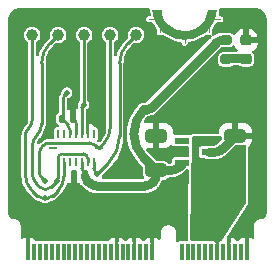
<source format=gbr>
%TF.GenerationSoftware,KiCad,Pcbnew,9.0.0*%
%TF.CreationDate,2025-05-23T15:59:06+04:00*%
%TF.ProjectId,02_03_sensor_IMU_BMI088,30325f30-335f-4736-956e-736f725f494d,rev?*%
%TF.SameCoordinates,Original*%
%TF.FileFunction,Copper,L1,Top*%
%TF.FilePolarity,Positive*%
%FSLAX46Y46*%
G04 Gerber Fmt 4.6, Leading zero omitted, Abs format (unit mm)*
G04 Created by KiCad (PCBNEW 9.0.0) date 2025-05-23 15:59:06*
%MOMM*%
%LPD*%
G01*
G04 APERTURE LIST*
G04 Aperture macros list*
%AMRoundRect*
0 Rectangle with rounded corners*
0 $1 Rounding radius*
0 $2 $3 $4 $5 $6 $7 $8 $9 X,Y pos of 4 corners*
0 Add a 4 corners polygon primitive as box body*
4,1,4,$2,$3,$4,$5,$6,$7,$8,$9,$2,$3,0*
0 Add four circle primitives for the rounded corners*
1,1,$1+$1,$2,$3*
1,1,$1+$1,$4,$5*
1,1,$1+$1,$6,$7*
1,1,$1+$1,$8,$9*
0 Add four rect primitives between the rounded corners*
20,1,$1+$1,$2,$3,$4,$5,0*
20,1,$1+$1,$4,$5,$6,$7,0*
20,1,$1+$1,$6,$7,$8,$9,0*
20,1,$1+$1,$8,$9,$2,$3,0*%
G04 Aperture macros list end*
%TA.AperFunction,EtchedComponent*%
%ADD10C,0.101600*%
%TD*%
%TA.AperFunction,EtchedComponent*%
%ADD11C,0.000000*%
%TD*%
%TA.AperFunction,SMDPad,CuDef*%
%ADD12R,0.350000X1.450000*%
%TD*%
%TA.AperFunction,ComponentPad*%
%ADD13C,0.454000*%
%TD*%
%TA.AperFunction,SMDPad,CuDef*%
%ADD14R,1.200000X0.600000*%
%TD*%
%TA.AperFunction,SMDPad,CuDef*%
%ADD15RoundRect,0.218750X-0.256250X0.218750X-0.256250X-0.218750X0.256250X-0.218750X0.256250X0.218750X0*%
%TD*%
%TA.AperFunction,SMDPad,CuDef*%
%ADD16C,1.000000*%
%TD*%
%TA.AperFunction,SMDPad,CuDef*%
%ADD17R,0.250013X0.800000*%
%TD*%
%TA.AperFunction,SMDPad,CuDef*%
%ADD18R,0.800000X0.250013*%
%TD*%
%TA.AperFunction,SMDPad,CuDef*%
%ADD19RoundRect,0.200000X-0.275000X0.200000X-0.275000X-0.200000X0.275000X-0.200000X0.275000X0.200000X0*%
%TD*%
%TA.AperFunction,SMDPad,CuDef*%
%ADD20RoundRect,0.140000X-0.140000X-0.170000X0.140000X-0.170000X0.140000X0.170000X-0.140000X0.170000X0*%
%TD*%
%TA.AperFunction,SMDPad,CuDef*%
%ADD21RoundRect,0.250000X0.650000X-0.325000X0.650000X0.325000X-0.650000X0.325000X-0.650000X-0.325000X0*%
%TD*%
%TA.AperFunction,SMDPad,CuDef*%
%ADD22RoundRect,0.140000X0.140000X0.170000X-0.140000X0.170000X-0.140000X-0.170000X0.140000X-0.170000X0*%
%TD*%
%TA.AperFunction,ViaPad*%
%ADD23C,0.500000*%
%TD*%
%TA.AperFunction,Conductor*%
%ADD24C,0.250000*%
%TD*%
%TA.AperFunction,Conductor*%
%ADD25C,0.750000*%
%TD*%
G04 APERTURE END LIST*
D10*
%TO.C,J1*%
X150401100Y-93365617D02*
X149501100Y-93365617D01*
X150401100Y-93365617D02*
X150401100Y-94465617D01*
X152501100Y-94665617D02*
X152501100Y-95365617D01*
X154601100Y-93365617D02*
X154601100Y-94465617D01*
X154601100Y-93365617D02*
X155501100Y-93365617D01*
D11*
%TA.AperFunction,EtchedComponent*%
G36*
X150589520Y-92903790D02*
G01*
X150672547Y-93182404D01*
X150798137Y-93444600D01*
X150963197Y-93683921D01*
X151163663Y-93894475D01*
X151394599Y-94071077D01*
X151650318Y-94209378D01*
X151924524Y-94305973D01*
X152501100Y-94365617D01*
X152791735Y-94358484D01*
X153077676Y-94305973D01*
X153351882Y-94209378D01*
X153607601Y-94071077D01*
X153838537Y-93894475D01*
X154039003Y-93683921D01*
X154204063Y-93444600D01*
X154329653Y-93182404D01*
X154451100Y-92615617D01*
X155251100Y-92615617D01*
X155188052Y-92979552D01*
X155077551Y-93331991D01*
X154921527Y-93666775D01*
X154722708Y-93978053D01*
X154484567Y-94260387D01*
X154211266Y-94508843D01*
X153907580Y-94719078D01*
X153578818Y-94887420D01*
X153230723Y-95010926D01*
X152869379Y-95087437D01*
X152501100Y-95115617D01*
X152131911Y-95089990D01*
X151769434Y-95015377D01*
X151420137Y-94893111D01*
X151090257Y-94725373D01*
X150785681Y-94515157D01*
X150511846Y-94266216D01*
X150273640Y-93982994D01*
X150075315Y-93670545D01*
X149920411Y-93334448D01*
X149751100Y-92615617D01*
X150551100Y-92615617D01*
X150589520Y-92903790D01*
G37*
%TD.AperFunction*%
%TD*%
D12*
%TO.P,J1,1,GND*%
%TO.N,GND*%
X157751100Y-113090617D03*
%TO.P,J1,3,USB_D+*%
%TO.N,/USB_D+*%
X157251100Y-113090617D03*
%TO.P,J1,5,USB_D-*%
%TO.N,/USB_D-*%
X156751100Y-113090617D03*
%TO.P,J1,7,GND*%
%TO.N,GND*%
X156251100Y-113090617D03*
%TO.P,J1,9,USB_VIN*%
%TO.N,/V_USB*%
X155751100Y-113090617D03*
%TO.P,J1,11,~{BOOT}*%
%TO.N,VIN*%
X155251100Y-113090617D03*
%TO.P,J1,13,RTS1*%
%TO.N,/UART_RTS1*%
X154751100Y-113090617D03*
%TO.P,J1,15,CTS1*%
%TO.N,/UART_CTS1*%
X154251100Y-113090617D03*
%TO.P,J1,17,TX1*%
%TO.N,unconnected-(J1-TX1-Pad17)*%
X153751100Y-113090617D03*
%TO.P,J1,19,RX1*%
%TO.N,unconnected-(J1-RX1-Pad19)*%
X153251100Y-113090617D03*
%TO.P,J1,21,SWDCK*%
%TO.N,/SWDCK*%
X152751100Y-113090617D03*
%TO.P,J1,23,SWDIO*%
%TO.N,/SWDIO*%
X152251100Y-113090617D03*
%TO.P,J1,33,GND*%
%TO.N,GND*%
X149751100Y-113090617D03*
%TO.P,J1,35,USBHOST_D+*%
%TO.N,/USBHOST_D+*%
X149251100Y-113090617D03*
%TO.P,J1,37,USBHOST_D-*%
%TO.N,/USBHOST_D-*%
X148751100Y-113090617D03*
%TO.P,J1,39,GND*%
%TO.N,GND*%
X148251100Y-113090617D03*
%TO.P,J1,41,CAN-RX*%
%TO.N,/CAN-RX*%
X147751100Y-113090617D03*
%TO.P,J1,43,CAN-TX*%
%TO.N,/CAN-TX*%
X147251100Y-113090617D03*
%TO.P,J1,45,GND*%
%TO.N,GND*%
X146751100Y-113090617D03*
%TO.P,J1,47,PWM1*%
%TO.N,/PWM1*%
X146251100Y-113090617D03*
%TO.P,J1,49,BATT_VIN/3*%
%TO.N,/BATT_VIN*%
X145751100Y-113090617D03*
%TO.P,J1,51,I2C_SDA1*%
%TO.N,/I2C_SDA1*%
X145251100Y-113090617D03*
%TO.P,J1,53,I2C_SCL1*%
%TO.N,/I2C_SCL1*%
X144751100Y-113090617D03*
%TO.P,J1,55,SPI_~{CS}*%
%TO.N,/~{SPI_CS}*%
X144251100Y-113090617D03*
%TO.P,J1,57,SPI_SCK*%
%TO.N,/SPI_SCK*%
X143751100Y-113090617D03*
%TO.P,J1,59,SPI_SDO*%
%TO.N,/SPI_COPI-LED_DAT*%
X143251100Y-113090617D03*
%TO.P,J1,61,SPI_SDI*%
%TO.N,/SPI_CIPO-LED_CLK*%
X142751100Y-113090617D03*
%TO.P,J1,63,G10/ADC_D+/CAM_VSYNC*%
%TO.N,/G10-CAM_VSYNC*%
X142251100Y-113090617D03*
%TO.P,J1,65,G9/ADC_D-/CAM_HSYNC*%
%TO.N,/G9-CAM_HSYNC*%
X141751100Y-113090617D03*
%TO.P,J1,67,G8*%
%TO.N,/G8*%
X141251100Y-113090617D03*
%TO.P,J1,69,G7/BUS7*%
%TO.N,/G7*%
X140751100Y-113090617D03*
%TO.P,J1,71,G6/BUS6*%
%TO.N,/G6*%
X140251100Y-113090617D03*
%TO.P,J1,73,G5/BUS5*%
%TO.N,/G5*%
X139751100Y-113090617D03*
%TO.P,J1,75,GND*%
%TO.N,GND*%
X139251100Y-113090617D03*
D13*
%TO.P,J1,GND1,GND*%
X150401100Y-93365617D03*
%TO.P,J1,GND2,GND*%
X152501100Y-94665617D03*
%TO.P,J1,GND3,GND*%
X154601100Y-93365617D03*
%TD*%
D14*
%TO.P,U2,1,VIN*%
%TO.N,VIN*%
X154549987Y-105549962D03*
%TO.P,U2,2,GND*%
%TO.N,GND*%
X154549987Y-104600000D03*
%TO.P,U2,3,EN*%
%TO.N,VIN*%
X154549987Y-103650038D03*
%TO.P,U2,4,NC*%
%TO.N,unconnected-(U2-NC-Pad4)*%
X152250013Y-103650038D03*
%TO.P,U2,5,VOUT*%
%TO.N,+3V3*%
X152250013Y-105549962D03*
%TD*%
D15*
%TO.P,D1,1,K*%
%TO.N,GND*%
X157700000Y-95168700D03*
%TO.P,D1,2,A*%
%TO.N,Net-(D1-A)*%
X157700000Y-96743700D03*
%TD*%
D16*
%TO.P,CS2,1,1*%
%TO.N,BMI088_CS_GYRO*%
X144000000Y-94700000D03*
%TD*%
D17*
%TO.P,U1,1,INT2*%
%TO.N,BMI088_INT2_ACCEL*%
X141802159Y-103100102D03*
%TO.P,U1,2,NC*%
%TO.N,unconnected-(U1-NC-Pad2)*%
X142302032Y-103100102D03*
%TO.P,U1,3,VDD*%
%TO.N,+3V3*%
X142802159Y-103100102D03*
%TO.P,U1,4,GNDA*%
%TO.N,GND*%
X143302032Y-103100102D03*
%TO.P,U1,5,CSB2*%
%TO.N,BMI088_CS_GYRO*%
X143802159Y-103100102D03*
%TO.P,U1,6,GNDIO*%
%TO.N,GND*%
X144302032Y-103100102D03*
%TO.P,U1,7,PS*%
%TO.N,unconnected-(U1-PS-Pad7)*%
X144802159Y-103100102D03*
D18*
%TO.P,U1,8,SCL/SCK*%
%TO.N,BMI088_SCK*%
X145214910Y-104300000D03*
D17*
%TO.P,U1,9,SDA/SDI*%
%TO.N,BMI088_MOSI*%
X144802159Y-105499898D03*
%TO.P,U1,10,SDO2*%
%TO.N,BMI088_MISO*%
X144302032Y-105499898D03*
%TO.P,U1,11,VDDIO*%
%TO.N,+3V3*%
X143802159Y-105499898D03*
%TO.P,U1,12,INT3*%
%TO.N,BMI088_INT3_GYRO*%
X143302032Y-105499898D03*
%TO.P,U1,13,INT4*%
%TO.N,BMI088_INT4_GYRO*%
X142802159Y-105499898D03*
%TO.P,U1,14,CSB1*%
%TO.N,BMI088_CS_ACCEL*%
X142302032Y-105499898D03*
%TO.P,U1,15,SDO1*%
%TO.N,BMI088_MISO*%
X141802159Y-105499898D03*
D18*
%TO.P,U1,16,INT1*%
%TO.N,BMI088_INT1_ACCEL*%
X141385090Y-104300000D03*
%TD*%
D16*
%TO.P,SCK1,1,1*%
%TO.N,BMI088_SCK*%
X146200000Y-94700000D03*
%TD*%
%TO.P,MISO1,1,1*%
%TO.N,BMI088_MISO*%
X141800000Y-94700000D03*
%TD*%
D19*
%TO.P,R1,1*%
%TO.N,+3V3*%
X156026200Y-95131200D03*
%TO.P,R1,2*%
%TO.N,Net-(D1-A)*%
X156026200Y-96781200D03*
%TD*%
D20*
%TO.P,C2,1*%
%TO.N,+3V3*%
X142120000Y-101800000D03*
%TO.P,C2,2*%
%TO.N,GND*%
X143080000Y-101800000D03*
%TD*%
D16*
%TO.P,CS1,1,1*%
%TO.N,BMI088_CS_ACCEL*%
X139600000Y-94700000D03*
%TD*%
D21*
%TO.P,C3,1*%
%TO.N,VIN*%
X156800000Y-106175000D03*
%TO.P,C3,2*%
%TO.N,GND*%
X156800000Y-103225000D03*
%TD*%
%TO.P,C4,1*%
%TO.N,+3V3*%
X150100000Y-106175000D03*
%TO.P,C4,2*%
%TO.N,GND*%
X150100000Y-103225000D03*
%TD*%
D16*
%TO.P,MOSI1,1,1*%
%TO.N,BMI088_MOSI*%
X148400000Y-94700000D03*
%TD*%
D22*
%TO.P,C1,1*%
%TO.N,+3V3*%
X144080000Y-106500000D03*
%TO.P,C1,2*%
%TO.N,GND*%
X143120000Y-106500000D03*
%TD*%
D23*
%TO.N,+3V3*%
X142526000Y-99600000D03*
X149048103Y-101028096D03*
%TO.N,BMI088_CS_ACCEL*%
X140700000Y-108500000D03*
%TO.N,BMI088_CS_GYRO*%
X143955000Y-100600000D03*
%TO.N,BMI088_MISO*%
X141700000Y-107100000D03*
%TO.N,BMI088_MOSI*%
X145100000Y-106500000D03*
%TO.N,BMI088_SCK*%
X140700000Y-107100000D03*
%TD*%
D24*
%TO.N,+3V3*%
X142200000Y-101663431D02*
X142200000Y-100156516D01*
D25*
X148737132Y-107500000D02*
X148200000Y-107500000D01*
X148200000Y-107500000D02*
X146900000Y-107500000D01*
X149075735Y-107500000D02*
X148962867Y-107500000D01*
X144080000Y-106697500D02*
X144080000Y-106696463D01*
X150281250Y-106175000D02*
X151318413Y-106175000D01*
X148962867Y-107500000D02*
X148737132Y-107500000D01*
X155136373Y-95363625D02*
X149621740Y-100878259D01*
X149800000Y-107200000D02*
X149843673Y-107156326D01*
X152012500Y-105887500D02*
X152300000Y-105600000D01*
D24*
X142588245Y-102281149D02*
X142124562Y-101817466D01*
D25*
X144382500Y-107197500D02*
X144219653Y-107034653D01*
D24*
X142124562Y-101795437D02*
X142160000Y-101760000D01*
X143802159Y-106025695D02*
X143802159Y-105499898D01*
D25*
X150100000Y-106356250D02*
X150100000Y-106537500D01*
D24*
X142802159Y-102797582D02*
X142802159Y-103100102D01*
D25*
X149260003Y-101028096D02*
X149048103Y-101028096D01*
X145112799Y-107500000D02*
X146900000Y-107500000D01*
D24*
X142526000Y-99600000D02*
X142363000Y-99763000D01*
D25*
X149971836Y-106046836D02*
X149048103Y-105123103D01*
D24*
X142526000Y-99600000D02*
X142420000Y-99706000D01*
D25*
X155697500Y-95131200D02*
X156026200Y-95131200D01*
X149621740Y-100878259D02*
G75*
G02*
X149260003Y-101028091I-361740J361759D01*
G01*
X148200000Y-103075600D02*
G75*
G03*
X149048105Y-105123101I2895600J0D01*
G01*
X155697500Y-95131200D02*
G75*
G03*
X155136364Y-95363616I0J-793600D01*
G01*
D24*
X142200000Y-101663431D02*
G75*
G02*
X142159991Y-101759991I-136600J31D01*
G01*
X142124562Y-101795437D02*
G75*
G03*
X142120043Y-101806452I11038J-10963D01*
G01*
D25*
X144219653Y-107034653D02*
G75*
G02*
X144079998Y-106697500I337147J337153D01*
G01*
X150100000Y-106537500D02*
G75*
G02*
X149843683Y-107156336I-875200J0D01*
G01*
X149075735Y-107500000D02*
G75*
G03*
X149799989Y-107199989I-35J1024300D01*
G01*
D24*
X143802159Y-106025695D02*
G75*
G03*
X143941069Y-106361089I474341J-5D01*
G01*
X142363000Y-99763000D02*
G75*
G03*
X142200007Y-100156516I393500J-393500D01*
G01*
D25*
X152012500Y-105887500D02*
G75*
G02*
X151318413Y-106175006I-694100J694100D01*
G01*
X144382500Y-107197500D02*
G75*
G03*
X145112799Y-107500000I730300J730300D01*
G01*
X150100000Y-106356250D02*
G75*
G03*
X149971816Y-106046856I-437600J-50D01*
G01*
X150281250Y-106175000D02*
G75*
G03*
X150100000Y-106356250I-50J-181200D01*
G01*
D24*
X143941079Y-106361079D02*
G75*
G02*
X144080027Y-106696463I-335379J-335421D01*
G01*
D25*
X149971836Y-106046836D02*
G75*
G03*
X150281250Y-106175028I309464J309436D01*
G01*
X148200000Y-103075600D02*
G75*
G02*
X149048105Y-101028098I2895600J0D01*
G01*
D24*
X142588245Y-102281149D02*
G75*
G02*
X142802168Y-102797582I-516445J-516451D01*
G01*
X142120000Y-101806452D02*
G75*
G03*
X142124533Y-101817495I15600J-48D01*
G01*
%TO.N,GND*%
X143191016Y-101911016D02*
X143080000Y-101800000D01*
D25*
X155657842Y-104367157D02*
X156800000Y-103225000D01*
D24*
X143302032Y-102179032D02*
X143302032Y-103100102D01*
D25*
X154975000Y-104650000D02*
X154575000Y-104650000D01*
D24*
X143191016Y-101911016D02*
G75*
G02*
X143302009Y-102179032I-268016J-267984D01*
G01*
D25*
X154975000Y-104650000D02*
G75*
G03*
X155657846Y-104367161I0J965700D01*
G01*
D24*
%TO.N,VIN*%
X154182842Y-103700000D02*
X154575000Y-103700000D01*
X153500000Y-104382842D02*
X153500000Y-104917157D01*
D25*
X155818413Y-105600000D02*
X155141600Y-105600000D01*
X156512500Y-105887500D02*
X156800000Y-106175000D01*
X155141600Y-105600000D02*
X154575000Y-105600000D01*
D24*
X154182842Y-105600000D02*
X154575000Y-105600000D01*
D25*
X154575000Y-105600000D02*
X154291700Y-105600000D01*
D24*
X153500000Y-104917157D02*
G75*
G03*
X153699987Y-105400013I682800J-43D01*
G01*
D25*
X156512500Y-105887500D02*
G75*
G03*
X155818413Y-105599994I-694100J-694100D01*
G01*
D24*
X153700000Y-105400000D02*
G75*
G03*
X154182842Y-105599982I482800J482800D01*
G01*
X153700000Y-103900000D02*
G75*
G03*
X153500018Y-104382842I482800J-482800D01*
G01*
X154182842Y-103700000D02*
G75*
G03*
X153699987Y-103899987I-42J-682800D01*
G01*
%TO.N,BMI088_CS_ACCEL*%
X140003481Y-108318066D02*
X139592707Y-107907292D01*
X139000000Y-103324264D02*
X139000000Y-106476370D01*
X141376776Y-108323223D02*
X141751016Y-107948984D01*
X140442707Y-108500000D02*
X140700000Y-108500000D01*
X139600000Y-101875735D02*
X139600000Y-94700000D01*
X142302032Y-106618713D02*
X142302032Y-105499898D01*
X140700000Y-108500000D02*
X140950000Y-108500000D01*
X139300000Y-102600000D02*
G75*
G03*
X139600015Y-101875735I-724300J724300D01*
G01*
X139592707Y-107907292D02*
G75*
G02*
X139000012Y-106476370I1430893J1430892D01*
G01*
X140442707Y-108500000D02*
G75*
G02*
X140003469Y-108318078I-7J621200D01*
G01*
X139000000Y-103324264D02*
G75*
G02*
X139300011Y-102600011I1024300J-36D01*
G01*
X142302032Y-106618713D02*
G75*
G02*
X141751019Y-107948987I-1881332J13D01*
G01*
X141376776Y-108323223D02*
G75*
G02*
X140950000Y-108499986I-426776J426823D01*
G01*
%TO.N,BMI088_CS_GYRO*%
X143977500Y-94722500D02*
X144000000Y-94700000D01*
X143955000Y-100600000D02*
X143955000Y-94776819D01*
X143802159Y-100860915D02*
X143802159Y-103100102D01*
X143955000Y-100600000D02*
X143878579Y-100676420D01*
X143878579Y-100676420D02*
G75*
G03*
X143802177Y-100860915I184521J-184480D01*
G01*
X143977500Y-94722500D02*
G75*
G03*
X143955008Y-94776819I54300J-54300D01*
G01*
D25*
%TO.N,Net-(D1-A)*%
X157625399Y-96700000D02*
X156026200Y-96700000D01*
D24*
%TO.N,BMI088_MISO*%
X141802159Y-105156192D02*
X141802159Y-105498371D01*
X140400000Y-97089949D02*
X140400000Y-102234314D01*
X140245672Y-107602966D02*
X140021353Y-107378647D01*
X139600000Y-106361410D02*
X139600000Y-104165685D01*
X141100000Y-95400000D02*
X141800000Y-94700000D01*
X142184453Y-104773898D02*
X143912582Y-104773898D01*
X141750000Y-106950000D02*
X141700000Y-107000000D01*
X141700000Y-107100000D02*
X141197033Y-107602966D01*
X141800000Y-105503583D02*
X141800000Y-106829289D01*
X144302032Y-105163347D02*
X144302032Y-105499898D01*
X140000000Y-103200000D02*
G75*
G03*
X140400006Y-102234314I-965700J965700D01*
G01*
X141800000Y-105503583D02*
G75*
G02*
X141801085Y-105500983I3700J-17D01*
G01*
X140000000Y-103200000D02*
G75*
G03*
X139599994Y-104165685I965700J-965700D01*
G01*
X140721353Y-107800000D02*
G75*
G03*
X141197004Y-107602937I-53J672700D01*
G01*
X141750000Y-106950000D02*
G75*
G03*
X141799996Y-106829289I-120700J120700D01*
G01*
X141914130Y-104885869D02*
G75*
G03*
X141802137Y-105156192I270270J-270331D01*
G01*
X140400000Y-97089949D02*
G75*
G02*
X141099986Y-95399986I2389900J49D01*
G01*
X140721353Y-107800000D02*
G75*
G02*
X140245698Y-107602940I47J672700D01*
G01*
X141801079Y-105500977D02*
G75*
G03*
X141802146Y-105498371I-2579J2577D01*
G01*
X143912582Y-104773898D02*
G75*
G02*
X144187964Y-104887966I18J-389402D01*
G01*
X141914130Y-104885869D02*
G75*
G02*
X142184453Y-104773867I270370J-270331D01*
G01*
X139600000Y-106361410D02*
G75*
G03*
X140021356Y-107378644I1438600J10D01*
G01*
X144302032Y-105163347D02*
G75*
G03*
X144187935Y-104887995I-389432J-53D01*
G01*
%TO.N,BMI088_MOSI*%
X144951079Y-106351079D02*
X145100000Y-106500000D01*
X147000000Y-97089949D02*
X147000000Y-103256497D01*
X146050000Y-105550000D02*
X145100000Y-106500000D01*
X147700000Y-95400000D02*
X148400000Y-94700000D01*
X144802159Y-105991553D02*
X144802159Y-105499898D01*
X147700000Y-95400000D02*
G75*
G03*
X147000021Y-97089949I1689900J-1689900D01*
G01*
X144951079Y-106351079D02*
G75*
G02*
X144802190Y-105991553I359521J359479D01*
G01*
X146050000Y-105550000D02*
G75*
G03*
X146999999Y-103256497I-2293500J2293500D01*
G01*
%TO.N,BMI088_SCK*%
X140700000Y-107100000D02*
X140450000Y-106850000D01*
X145707455Y-103807455D02*
X145214910Y-104300000D01*
X146200000Y-102618346D02*
X146200000Y-94700000D01*
X141140626Y-103848994D02*
X144444994Y-103848994D01*
X140200000Y-106246446D02*
X140200000Y-104789620D01*
X145214910Y-104300000D02*
X144989407Y-104074497D01*
X140200000Y-106246446D02*
G75*
G03*
X140449984Y-106850016I853500J-54D01*
G01*
X140475503Y-104124497D02*
G75*
G03*
X140200007Y-104789620I665097J-665103D01*
G01*
X146200000Y-102618346D02*
G75*
G02*
X145707441Y-103807441I-1681700J46D01*
G01*
X140475503Y-104124497D02*
G75*
G02*
X141140626Y-103849007I665097J-665103D01*
G01*
X144989407Y-104074497D02*
G75*
G03*
X144444994Y-103848995I-544407J-544403D01*
G01*
%TD*%
%TA.AperFunction,Conductor*%
%TO.N,VIN*%
G36*
X155642539Y-103319685D02*
G01*
X155688294Y-103372489D01*
X155699500Y-103424000D01*
X155699500Y-103460256D01*
X155679815Y-103527295D01*
X155663181Y-103547937D01*
X155256651Y-103954466D01*
X155244455Y-103965162D01*
X155183045Y-104012282D01*
X155155013Y-104028466D01*
X155091071Y-104054952D01*
X155059804Y-104063330D01*
X154983020Y-104073439D01*
X154966834Y-104074500D01*
X154499234Y-104074500D01*
X154421700Y-104095275D01*
X154389607Y-104099500D01*
X153930234Y-104099500D01*
X153871757Y-104111131D01*
X153871756Y-104111132D01*
X153805434Y-104155447D01*
X153761119Y-104221769D01*
X153761118Y-104221770D01*
X153749487Y-104280247D01*
X153749487Y-104919752D01*
X153761118Y-104978229D01*
X153761119Y-104978230D01*
X153805434Y-105044552D01*
X153871756Y-105088867D01*
X153871757Y-105088868D01*
X153930234Y-105100499D01*
X153930237Y-105100500D01*
X153930239Y-105100500D01*
X154171063Y-105100500D01*
X154233062Y-105117112D01*
X154352865Y-105186281D01*
X154499234Y-105225500D01*
X154499236Y-105225500D01*
X155058715Y-105225500D01*
X155058793Y-105225495D01*
X155076015Y-105225495D01*
X155106381Y-105221497D01*
X155276313Y-105199126D01*
X155471457Y-105146838D01*
X155471469Y-105146832D01*
X155471472Y-105146832D01*
X155543220Y-105117113D01*
X155658107Y-105069526D01*
X155833069Y-104968514D01*
X155993349Y-104845528D01*
X156011202Y-104827674D01*
X156011207Y-104827672D01*
X156082183Y-104756695D01*
X156114190Y-104724691D01*
X156114191Y-104724687D01*
X156123086Y-104715794D01*
X156123095Y-104715782D01*
X156802061Y-104036819D01*
X156863384Y-104003334D01*
X156889742Y-104000500D01*
X157504270Y-104000500D01*
X157524554Y-103998597D01*
X157534699Y-103997646D01*
X157534953Y-103997557D01*
X157535034Y-103997529D01*
X157535299Y-103997515D01*
X157542073Y-103996036D01*
X157542317Y-103997156D01*
X157604812Y-103993960D01*
X157665443Y-104028683D01*
X157697676Y-104090673D01*
X157700000Y-104114566D01*
X157700000Y-108876837D01*
X157680315Y-108943876D01*
X157680289Y-108943917D01*
X155644331Y-112109203D01*
X155591509Y-112154938D01*
X155562112Y-112162856D01*
X155562326Y-112163928D01*
X155497870Y-112176748D01*
X155497869Y-112176749D01*
X155431547Y-112221064D01*
X155387232Y-112287386D01*
X155387231Y-112287387D01*
X155375600Y-112345864D01*
X155375600Y-112490561D01*
X155370572Y-112507683D01*
X155370567Y-112525532D01*
X155355924Y-112557567D01*
X155355915Y-112557600D01*
X155355895Y-112557632D01*
X155354895Y-112559187D01*
X155302077Y-112604926D01*
X155232916Y-112614849D01*
X155169369Y-112585804D01*
X155131612Y-112527015D01*
X155126600Y-112492116D01*
X155126600Y-112345866D01*
X155126599Y-112345864D01*
X155114968Y-112287387D01*
X155114967Y-112287386D01*
X155070652Y-112221064D01*
X155004330Y-112176749D01*
X155004329Y-112176748D01*
X154945852Y-112165117D01*
X154945848Y-112165117D01*
X154556352Y-112165117D01*
X154556351Y-112165117D01*
X154525288Y-112171295D01*
X154476912Y-112171295D01*
X154445849Y-112165117D01*
X154445848Y-112165117D01*
X154056352Y-112165117D01*
X154056351Y-112165117D01*
X154025288Y-112171295D01*
X153976912Y-112171295D01*
X153945849Y-112165117D01*
X153945848Y-112165117D01*
X153556352Y-112165117D01*
X153556351Y-112165117D01*
X153525288Y-112171295D01*
X153476912Y-112171295D01*
X153445849Y-112165117D01*
X153445848Y-112165117D01*
X153116094Y-112165117D01*
X153049055Y-112145432D01*
X153003300Y-112092628D01*
X152992103Y-112039589D01*
X153098488Y-103422468D01*
X153118999Y-103355678D01*
X153172364Y-103310578D01*
X153222479Y-103300000D01*
X155575500Y-103300000D01*
X155642539Y-103319685D01*
G37*
%TD.AperFunction*%
%TD*%
%TA.AperFunction,Conductor*%
%TO.N,GND*%
G36*
X149497374Y-92435802D02*
G01*
X149543129Y-92488606D01*
X149553073Y-92557764D01*
X149551414Y-92566873D01*
X149550440Y-92571277D01*
X149551073Y-92662731D01*
X149621536Y-92961888D01*
X149617746Y-93031655D01*
X149576838Y-93088297D01*
X149511801Y-93113831D01*
X149500839Y-93114317D01*
X149451111Y-93114317D01*
X149358749Y-93152575D01*
X149288058Y-93223266D01*
X149249800Y-93315628D01*
X149249800Y-93415605D01*
X149262959Y-93447373D01*
X149288058Y-93507967D01*
X149358750Y-93578659D01*
X149451113Y-93616917D01*
X149635438Y-93616917D01*
X149697636Y-93633645D01*
X149848942Y-93721375D01*
X149859394Y-93732378D01*
X149872847Y-93739415D01*
X149895638Y-93769333D01*
X149901808Y-93780662D01*
X149901815Y-93780673D01*
X150100140Y-94093122D01*
X150113625Y-94111522D01*
X150116374Y-94115272D01*
X150116377Y-94115277D01*
X150120693Y-94120407D01*
X150148783Y-94184381D01*
X150149800Y-94200227D01*
X150149800Y-94515605D01*
X150162540Y-94546362D01*
X150188058Y-94607967D01*
X150258750Y-94678659D01*
X150351113Y-94716917D01*
X150351115Y-94716917D01*
X150451085Y-94716917D01*
X150451087Y-94716917D01*
X150543450Y-94678659D01*
X150543452Y-94678656D01*
X150554436Y-94674107D01*
X150623906Y-94666638D01*
X150672325Y-94686614D01*
X150973526Y-94894501D01*
X150982224Y-94899682D01*
X150997091Y-94908539D01*
X150997100Y-94908544D01*
X150997114Y-94908552D01*
X151188930Y-95006087D01*
X151315282Y-95070335D01*
X151326994Y-95076290D01*
X151327004Y-95076294D01*
X151327016Y-95076300D01*
X151352243Y-95087072D01*
X151585444Y-95168700D01*
X151701541Y-95209338D01*
X151728002Y-95216657D01*
X152090479Y-95291270D01*
X152100226Y-95292605D01*
X152106519Y-95293468D01*
X152137137Y-95301758D01*
X152174001Y-95317027D01*
X152228405Y-95360868D01*
X152248167Y-95407397D01*
X152249799Y-95415601D01*
X152249800Y-95415603D01*
X152249800Y-95415604D01*
X152288058Y-95507967D01*
X152358750Y-95578659D01*
X152451113Y-95616917D01*
X152451115Y-95616917D01*
X152551085Y-95616917D01*
X152551087Y-95616917D01*
X152643450Y-95578659D01*
X152714142Y-95507967D01*
X152752400Y-95415604D01*
X152752400Y-95415596D01*
X152754030Y-95407403D01*
X152757710Y-95400365D01*
X152757994Y-95392429D01*
X152773671Y-95369848D01*
X152786412Y-95345490D01*
X152794328Y-95340097D01*
X152797842Y-95335037D01*
X152828196Y-95317027D01*
X152874850Y-95297702D01*
X152904696Y-95289520D01*
X152911948Y-95288480D01*
X153146763Y-95238760D01*
X153273279Y-95211972D01*
X153273289Y-95211970D01*
X153299422Y-95204602D01*
X153299427Y-95204600D01*
X153299439Y-95204597D01*
X153647534Y-95081091D01*
X153672479Y-95070335D01*
X154001241Y-94901993D01*
X154024549Y-94888041D01*
X154322366Y-94681868D01*
X154343825Y-94674758D01*
X154363370Y-94663401D01*
X154376351Y-94663982D01*
X154388689Y-94659895D01*
X154410588Y-94665516D01*
X154433170Y-94666528D01*
X154452143Y-94675921D01*
X154453802Y-94676609D01*
X154456365Y-94677267D01*
X154458076Y-94678379D01*
X154458748Y-94678657D01*
X154458750Y-94678659D01*
X154551113Y-94716917D01*
X154551115Y-94716917D01*
X154663300Y-94716917D01*
X154663300Y-94719112D01*
X154716852Y-94723900D01*
X154772033Y-94766758D01*
X154795283Y-94832646D01*
X154779220Y-94900644D01*
X154759144Y-94926973D01*
X154729455Y-94956663D01*
X154729450Y-94956668D01*
X154676216Y-95009897D01*
X154676187Y-95009929D01*
X149269842Y-100416277D01*
X149208519Y-100449762D01*
X149182161Y-100452596D01*
X149111668Y-100452596D01*
X149089317Y-100450565D01*
X149083107Y-100449427D01*
X149083104Y-100449426D01*
X149034451Y-100452370D01*
X149026964Y-100452596D01*
X148972337Y-100452596D01*
X148967401Y-100453918D01*
X148967400Y-100453917D01*
X148955310Y-100457156D01*
X148943605Y-100457865D01*
X148887977Y-100475198D01*
X148885552Y-100475848D01*
X148885549Y-100475849D01*
X148825963Y-100491816D01*
X148825960Y-100491817D01*
X148815774Y-100497697D01*
X148810177Y-100499443D01*
X148755406Y-100532552D01*
X148754303Y-100533189D01*
X148754292Y-100533196D01*
X148694735Y-100567582D01*
X148583275Y-100679042D01*
X148583244Y-100679076D01*
X148520587Y-100741735D01*
X148304231Y-101005365D01*
X148304221Y-101005379D01*
X148114754Y-101288935D01*
X148114743Y-101288953D01*
X147953983Y-101589713D01*
X147953981Y-101589718D01*
X147823467Y-101904803D01*
X147724461Y-102231182D01*
X147724458Y-102231193D01*
X147657930Y-102565662D01*
X147657927Y-102565679D01*
X147636159Y-102786704D01*
X147626038Y-102889466D01*
X147624500Y-102905078D01*
X147624500Y-103024236D01*
X147624498Y-103024242D01*
X147624498Y-103075600D01*
X147624498Y-103246125D01*
X147631639Y-103318627D01*
X147657925Y-103585521D01*
X147657928Y-103585538D01*
X147724457Y-103920009D01*
X147724458Y-103920015D01*
X147823465Y-104246395D01*
X147907125Y-104448367D01*
X147940842Y-104529768D01*
X147953979Y-104561482D01*
X147953981Y-104561487D01*
X148114741Y-104862246D01*
X148114752Y-104862264D01*
X148304219Y-105145821D01*
X148304229Y-105145835D01*
X148496252Y-105379815D01*
X148520585Y-105409464D01*
X148583257Y-105472136D01*
X148583276Y-105472157D01*
X148963181Y-105852061D01*
X148996666Y-105913384D01*
X148999500Y-105939742D01*
X148999500Y-106554269D01*
X149002353Y-106584699D01*
X149002353Y-106584701D01*
X149047206Y-106712880D01*
X149047207Y-106712882D01*
X149055308Y-106723859D01*
X149057528Y-106726866D01*
X149081499Y-106792495D01*
X149066184Y-106860665D01*
X149016444Y-106909734D01*
X148957758Y-106924500D01*
X145589881Y-106924500D01*
X145522842Y-106904815D01*
X145477087Y-106852011D01*
X145467143Y-106782853D01*
X145482494Y-106738499D01*
X145483062Y-106737515D01*
X145519799Y-106673886D01*
X145550500Y-106559309D01*
X145550500Y-106559305D01*
X145551561Y-106551249D01*
X145553349Y-106551484D01*
X145570185Y-106494149D01*
X145586815Y-106473511D01*
X146280163Y-105780163D01*
X146280164Y-105780164D01*
X146404144Y-105656184D01*
X146626605Y-105385114D01*
X146821426Y-105093545D01*
X146986729Y-104784283D01*
X147120924Y-104460308D01*
X147222717Y-104124740D01*
X147222719Y-104124730D01*
X147222722Y-104124719D01*
X147279421Y-103839672D01*
X147291129Y-103780810D01*
X147325500Y-103431831D01*
X147325500Y-103256497D01*
X147325500Y-103204943D01*
X147325500Y-97141499D01*
X147325501Y-97141496D01*
X147325500Y-97093413D01*
X147325695Y-97086467D01*
X147329835Y-97012717D01*
X147338086Y-96865734D01*
X147339640Y-96851943D01*
X147376087Y-96637413D01*
X147379176Y-96623875D01*
X147439415Y-96414773D01*
X147443999Y-96401671D01*
X147527270Y-96200633D01*
X147533296Y-96188119D01*
X147638547Y-95997678D01*
X147645943Y-95985908D01*
X147697801Y-95912819D01*
X147771859Y-95808442D01*
X147780516Y-95797586D01*
X147927595Y-95633006D01*
X147932355Y-95627970D01*
X148141362Y-95418963D01*
X148202683Y-95385480D01*
X148253229Y-95385029D01*
X148316621Y-95397638D01*
X148331006Y-95400500D01*
X148331007Y-95400500D01*
X148468995Y-95400500D01*
X148560041Y-95382389D01*
X148604328Y-95373580D01*
X148731811Y-95320775D01*
X148846542Y-95244114D01*
X148944114Y-95146542D01*
X149020775Y-95031811D01*
X149073580Y-94904328D01*
X149087839Y-94832646D01*
X149100500Y-94768995D01*
X149100500Y-94631004D01*
X149073581Y-94495677D01*
X149073580Y-94495676D01*
X149073580Y-94495672D01*
X149026626Y-94382314D01*
X149020778Y-94368195D01*
X149020771Y-94368182D01*
X148944114Y-94253458D01*
X148944111Y-94253454D01*
X148846545Y-94155888D01*
X148846541Y-94155885D01*
X148731817Y-94079228D01*
X148731804Y-94079221D01*
X148604332Y-94026421D01*
X148604322Y-94026418D01*
X148468995Y-93999500D01*
X148468993Y-93999500D01*
X148331007Y-93999500D01*
X148331005Y-93999500D01*
X148195677Y-94026418D01*
X148195667Y-94026421D01*
X148068195Y-94079221D01*
X148068182Y-94079228D01*
X147953458Y-94155885D01*
X147953454Y-94155888D01*
X147855888Y-94253454D01*
X147855885Y-94253458D01*
X147779228Y-94368182D01*
X147779221Y-94368195D01*
X147726421Y-94495667D01*
X147726418Y-94495677D01*
X147699500Y-94631004D01*
X147699500Y-94768997D01*
X147714969Y-94846766D01*
X147714261Y-94854672D01*
X147717036Y-94862111D01*
X147711192Y-94888973D01*
X147708742Y-94916358D01*
X147703492Y-94924367D01*
X147702184Y-94930384D01*
X147681033Y-94958638D01*
X147506169Y-95133503D01*
X147506107Y-95133536D01*
X147361983Y-95277660D01*
X147171839Y-95516095D01*
X147171825Y-95516115D01*
X147042190Y-95722432D01*
X147009564Y-95774357D01*
X146943399Y-95911753D01*
X146877231Y-96049155D01*
X146776504Y-96337025D01*
X146776500Y-96337040D01*
X146770391Y-96363810D01*
X146736283Y-96424789D01*
X146674622Y-96457647D01*
X146604985Y-96451953D01*
X146549481Y-96409514D01*
X146525732Y-96343804D01*
X146525500Y-96336219D01*
X146525500Y-95391271D01*
X146545185Y-95324232D01*
X146580610Y-95288169D01*
X146625612Y-95258099D01*
X146646542Y-95244114D01*
X146744114Y-95146542D01*
X146820775Y-95031811D01*
X146873580Y-94904328D01*
X146887839Y-94832646D01*
X146900500Y-94768995D01*
X146900500Y-94631004D01*
X146873581Y-94495677D01*
X146873580Y-94495676D01*
X146873580Y-94495672D01*
X146826626Y-94382314D01*
X146820778Y-94368195D01*
X146820771Y-94368182D01*
X146744114Y-94253458D01*
X146744111Y-94253454D01*
X146646545Y-94155888D01*
X146646541Y-94155885D01*
X146531817Y-94079228D01*
X146531804Y-94079221D01*
X146404332Y-94026421D01*
X146404322Y-94026418D01*
X146268995Y-93999500D01*
X146268993Y-93999500D01*
X146131007Y-93999500D01*
X146131005Y-93999500D01*
X145995677Y-94026418D01*
X145995667Y-94026421D01*
X145868195Y-94079221D01*
X145868182Y-94079228D01*
X145753458Y-94155885D01*
X145753454Y-94155888D01*
X145655888Y-94253454D01*
X145655885Y-94253458D01*
X145579228Y-94368182D01*
X145579221Y-94368195D01*
X145526421Y-94495667D01*
X145526418Y-94495677D01*
X145499500Y-94631004D01*
X145499500Y-94631007D01*
X145499500Y-94768993D01*
X145499500Y-94768995D01*
X145499499Y-94768995D01*
X145526418Y-94904322D01*
X145526421Y-94904332D01*
X145579221Y-95031804D01*
X145579228Y-95031817D01*
X145655885Y-95146541D01*
X145655888Y-95146545D01*
X145753454Y-95244111D01*
X145753462Y-95244117D01*
X145819390Y-95288169D01*
X145864196Y-95341781D01*
X145874500Y-95391271D01*
X145874500Y-102614280D01*
X145874234Y-102622393D01*
X145863425Y-102787236D01*
X145861308Y-102803317D01*
X145829867Y-102961363D01*
X145825669Y-102977029D01*
X145773871Y-103129614D01*
X145767664Y-103144599D01*
X145696390Y-103289124D01*
X145688280Y-103303170D01*
X145598757Y-103437149D01*
X145588883Y-103450017D01*
X145479765Y-103574441D01*
X145474218Y-103580363D01*
X145298713Y-103755868D01*
X145237390Y-103789353D01*
X145167698Y-103784369D01*
X145138147Y-103768505D01*
X145134172Y-103765617D01*
X145091506Y-103710287D01*
X145085527Y-103640674D01*
X145103954Y-103596409D01*
X145116033Y-103578333D01*
X145116241Y-103577291D01*
X145127665Y-103519854D01*
X145127666Y-103519852D01*
X145127666Y-102680351D01*
X145127665Y-102680349D01*
X145116034Y-102621872D01*
X145116033Y-102621871D01*
X145071718Y-102555549D01*
X145005396Y-102511234D01*
X145005395Y-102511233D01*
X144940940Y-102498413D01*
X144941462Y-102495784D01*
X144887406Y-102473898D01*
X144865170Y-102451038D01*
X144784225Y-102342911D01*
X144669132Y-102256751D01*
X144669125Y-102256747D01*
X144534418Y-102206505D01*
X144534411Y-102206503D01*
X144474883Y-102200102D01*
X144427038Y-102200102D01*
X144427038Y-102976102D01*
X144424487Y-102984787D01*
X144425776Y-102993749D01*
X144414797Y-103017789D01*
X144407353Y-103043141D01*
X144400512Y-103049068D01*
X144396751Y-103057305D01*
X144374516Y-103071594D01*
X144354549Y-103088896D01*
X144344034Y-103091183D01*
X144337973Y-103095079D01*
X144303038Y-103100102D01*
X144301026Y-103100102D01*
X144233987Y-103080417D01*
X144188232Y-103027613D01*
X144177026Y-102976102D01*
X144177026Y-102200102D01*
X144163978Y-102187054D01*
X144130493Y-102125731D01*
X144127659Y-102099373D01*
X144127659Y-101092098D01*
X144147344Y-101025059D01*
X144189658Y-100984711D01*
X144231613Y-100960489D01*
X144315489Y-100876613D01*
X144374799Y-100773886D01*
X144405500Y-100659309D01*
X144405500Y-100540691D01*
X144374799Y-100426114D01*
X144315489Y-100323387D01*
X144315484Y-100323382D01*
X144310542Y-100316941D01*
X144311973Y-100315842D01*
X144283334Y-100263394D01*
X144280500Y-100237036D01*
X144280500Y-95421339D01*
X144300185Y-95354300D01*
X144335610Y-95318237D01*
X144425612Y-95258099D01*
X144446542Y-95244114D01*
X144544114Y-95146542D01*
X144620775Y-95031811D01*
X144673580Y-94904328D01*
X144687839Y-94832646D01*
X144700500Y-94768995D01*
X144700500Y-94631004D01*
X144673581Y-94495677D01*
X144673580Y-94495676D01*
X144673580Y-94495672D01*
X144626626Y-94382314D01*
X144620778Y-94368195D01*
X144620771Y-94368182D01*
X144544114Y-94253458D01*
X144544111Y-94253454D01*
X144446545Y-94155888D01*
X144446541Y-94155885D01*
X144331817Y-94079228D01*
X144331804Y-94079221D01*
X144204332Y-94026421D01*
X144204322Y-94026418D01*
X144068995Y-93999500D01*
X144068993Y-93999500D01*
X143931007Y-93999500D01*
X143931005Y-93999500D01*
X143795677Y-94026418D01*
X143795667Y-94026421D01*
X143668195Y-94079221D01*
X143668182Y-94079228D01*
X143553458Y-94155885D01*
X143553454Y-94155888D01*
X143455888Y-94253454D01*
X143455885Y-94253458D01*
X143379228Y-94368182D01*
X143379221Y-94368195D01*
X143326421Y-94495667D01*
X143326418Y-94495677D01*
X143299500Y-94631004D01*
X143299500Y-94631007D01*
X143299500Y-94768993D01*
X143299500Y-94768995D01*
X143299499Y-94768995D01*
X143326418Y-94904322D01*
X143326421Y-94904332D01*
X143379221Y-95031804D01*
X143379228Y-95031817D01*
X143455885Y-95146541D01*
X143455888Y-95146545D01*
X143553452Y-95244109D01*
X143553455Y-95244111D01*
X143553458Y-95244114D01*
X143574389Y-95258100D01*
X143619195Y-95311710D01*
X143629500Y-95361202D01*
X143629500Y-100237036D01*
X143609815Y-100304075D01*
X143599451Y-100316935D01*
X143599458Y-100316941D01*
X143594511Y-100323387D01*
X143535201Y-100426114D01*
X143504500Y-100540691D01*
X143504500Y-100540693D01*
X143504500Y-100653960D01*
X143503319Y-100671035D01*
X143501464Y-100684372D01*
X143499182Y-100689885D01*
X143476655Y-100803178D01*
X143476659Y-100854210D01*
X143476659Y-100862800D01*
X143476659Y-100872949D01*
X143456974Y-100939988D01*
X143404170Y-100985743D01*
X143335012Y-100995687D01*
X143330921Y-100994803D01*
X143330000Y-100995494D01*
X143330000Y-101676000D01*
X143310315Y-101743039D01*
X143257511Y-101788794D01*
X143206000Y-101800000D01*
X142954000Y-101800000D01*
X142886961Y-101780315D01*
X142841206Y-101727511D01*
X142830000Y-101676000D01*
X142830000Y-100995494D01*
X142829998Y-100995493D01*
X142684095Y-101037883D01*
X142614226Y-101037684D01*
X142555556Y-100999742D01*
X142526712Y-100936104D01*
X142525500Y-100918807D01*
X142525500Y-100208064D01*
X142525501Y-100208061D01*
X142525500Y-100164630D01*
X142526561Y-100148450D01*
X142526965Y-100145381D01*
X142539423Y-100117217D01*
X142545185Y-100097595D01*
X142549917Y-100093494D01*
X142555230Y-100081484D01*
X142591032Y-100057867D01*
X142597989Y-100051840D01*
X142600778Y-100051438D01*
X142613554Y-100043012D01*
X142617755Y-100041805D01*
X142699886Y-100019799D01*
X142802613Y-99960489D01*
X142886489Y-99876613D01*
X142945799Y-99773886D01*
X142976500Y-99659309D01*
X142976500Y-99540691D01*
X142945799Y-99426114D01*
X142886489Y-99323387D01*
X142802613Y-99239511D01*
X142699886Y-99180201D01*
X142585309Y-99149500D01*
X142466691Y-99149500D01*
X142352114Y-99180201D01*
X142352112Y-99180201D01*
X142352112Y-99180202D01*
X142249387Y-99239511D01*
X142249384Y-99239513D01*
X142165513Y-99323384D01*
X142165511Y-99323387D01*
X142106201Y-99426114D01*
X142075500Y-99540691D01*
X142075500Y-99540693D01*
X142075500Y-99552979D01*
X142055815Y-99620018D01*
X142051827Y-99625850D01*
X142009207Y-99684513D01*
X142002139Y-99694242D01*
X142002137Y-99694245D01*
X141939113Y-99817942D01*
X141896213Y-99949985D01*
X141874499Y-100087107D01*
X141874500Y-100149500D01*
X141874500Y-101224498D01*
X141854815Y-101291537D01*
X141802907Y-101336879D01*
X141781684Y-101346775D01*
X141696776Y-101431683D01*
X141646027Y-101540514D01*
X141639500Y-101590098D01*
X141639500Y-102009894D01*
X141640772Y-102019560D01*
X141646028Y-102059487D01*
X141646029Y-102059489D01*
X141646029Y-102059490D01*
X141695917Y-102166473D01*
X141696776Y-102168316D01*
X141781684Y-102253224D01*
X141803121Y-102263220D01*
X141855560Y-102309392D01*
X141874712Y-102376586D01*
X141854496Y-102443467D01*
X141801331Y-102488802D01*
X141750716Y-102499602D01*
X141657399Y-102499602D01*
X141598922Y-102511233D01*
X141598921Y-102511234D01*
X141532599Y-102555549D01*
X141488284Y-102621871D01*
X141488283Y-102621872D01*
X141476652Y-102680349D01*
X141476652Y-103399494D01*
X141456967Y-103466533D01*
X141404163Y-103512288D01*
X141352652Y-103523494D01*
X141090259Y-103523494D01*
X141090080Y-103523504D01*
X141040988Y-103523504D01*
X140844149Y-103554675D01*
X140654609Y-103616257D01*
X140477033Y-103706733D01*
X140315802Y-103823873D01*
X140281794Y-103857880D01*
X140281665Y-103858009D01*
X140281645Y-103858019D01*
X140191651Y-103948013D01*
X140130327Y-103981497D01*
X140060636Y-103976513D01*
X140004702Y-103934641D01*
X139980286Y-103869176D01*
X139989408Y-103812880D01*
X140035148Y-103702456D01*
X140043969Y-103685145D01*
X140119068Y-103562595D01*
X140130490Y-103546874D01*
X140227078Y-103433785D01*
X140233638Y-103426687D01*
X140266617Y-103393709D01*
X140266625Y-103393692D01*
X140308539Y-103351779D01*
X140443496Y-103175900D01*
X140554343Y-102983910D01*
X140639181Y-102779095D01*
X140696561Y-102564958D01*
X140725499Y-102345163D01*
X140725500Y-102234317D01*
X140725500Y-102182763D01*
X140725500Y-97141499D01*
X140725501Y-97141496D01*
X140725500Y-97093413D01*
X140725695Y-97086467D01*
X140729835Y-97012717D01*
X140738086Y-96865734D01*
X140739640Y-96851943D01*
X140776087Y-96637413D01*
X140779176Y-96623875D01*
X140839415Y-96414773D01*
X140843999Y-96401671D01*
X140927270Y-96200633D01*
X140933296Y-96188119D01*
X141038547Y-95997678D01*
X141045943Y-95985908D01*
X141097801Y-95912819D01*
X141171859Y-95808442D01*
X141180516Y-95797586D01*
X141327595Y-95633006D01*
X141332355Y-95627970D01*
X141541362Y-95418963D01*
X141602683Y-95385480D01*
X141653229Y-95385029D01*
X141716621Y-95397638D01*
X141731006Y-95400500D01*
X141731007Y-95400500D01*
X141868995Y-95400500D01*
X141960041Y-95382389D01*
X142004328Y-95373580D01*
X142131811Y-95320775D01*
X142246542Y-95244114D01*
X142344114Y-95146542D01*
X142420775Y-95031811D01*
X142473580Y-94904328D01*
X142487839Y-94832646D01*
X142500500Y-94768995D01*
X142500500Y-94631004D01*
X142473581Y-94495677D01*
X142473580Y-94495676D01*
X142473580Y-94495672D01*
X142426626Y-94382314D01*
X142420778Y-94368195D01*
X142420771Y-94368182D01*
X142344114Y-94253458D01*
X142344111Y-94253454D01*
X142246545Y-94155888D01*
X142246541Y-94155885D01*
X142131817Y-94079228D01*
X142131804Y-94079221D01*
X142004332Y-94026421D01*
X142004322Y-94026418D01*
X141868995Y-93999500D01*
X141868993Y-93999500D01*
X141731007Y-93999500D01*
X141731005Y-93999500D01*
X141595677Y-94026418D01*
X141595667Y-94026421D01*
X141468195Y-94079221D01*
X141468182Y-94079228D01*
X141353458Y-94155885D01*
X141353454Y-94155888D01*
X141255888Y-94253454D01*
X141255885Y-94253458D01*
X141179228Y-94368182D01*
X141179221Y-94368195D01*
X141126421Y-94495667D01*
X141126418Y-94495677D01*
X141099500Y-94631004D01*
X141099500Y-94768997D01*
X141114969Y-94846766D01*
X141114261Y-94854672D01*
X141117036Y-94862111D01*
X141111192Y-94888973D01*
X141108742Y-94916358D01*
X141103492Y-94924367D01*
X141102184Y-94930384D01*
X141081033Y-94958638D01*
X140906169Y-95133503D01*
X140906107Y-95133536D01*
X140761983Y-95277660D01*
X140571839Y-95516095D01*
X140571825Y-95516115D01*
X140442190Y-95722432D01*
X140409564Y-95774357D01*
X140343399Y-95911753D01*
X140277231Y-96049155D01*
X140176504Y-96337025D01*
X140176500Y-96337040D01*
X140170391Y-96363810D01*
X140136283Y-96424789D01*
X140074622Y-96457647D01*
X140004985Y-96451953D01*
X139949481Y-96409514D01*
X139925732Y-96343804D01*
X139925500Y-96336219D01*
X139925500Y-95391271D01*
X139945185Y-95324232D01*
X139980610Y-95288169D01*
X140025612Y-95258099D01*
X140046542Y-95244114D01*
X140144114Y-95146542D01*
X140220775Y-95031811D01*
X140273580Y-94904328D01*
X140287839Y-94832646D01*
X140300500Y-94768995D01*
X140300500Y-94631004D01*
X140273581Y-94495677D01*
X140273580Y-94495676D01*
X140273580Y-94495672D01*
X140226626Y-94382314D01*
X140220778Y-94368195D01*
X140220771Y-94368182D01*
X140144114Y-94253458D01*
X140144111Y-94253454D01*
X140046545Y-94155888D01*
X140046541Y-94155885D01*
X139931817Y-94079228D01*
X139931804Y-94079221D01*
X139804332Y-94026421D01*
X139804322Y-94026418D01*
X139668995Y-93999500D01*
X139668993Y-93999500D01*
X139531007Y-93999500D01*
X139531005Y-93999500D01*
X139395677Y-94026418D01*
X139395667Y-94026421D01*
X139268195Y-94079221D01*
X139268182Y-94079228D01*
X139153458Y-94155885D01*
X139153454Y-94155888D01*
X139055888Y-94253454D01*
X139055885Y-94253458D01*
X138979228Y-94368182D01*
X138979221Y-94368195D01*
X138926421Y-94495667D01*
X138926418Y-94495677D01*
X138899500Y-94631004D01*
X138899500Y-94631007D01*
X138899500Y-94768993D01*
X138899500Y-94768995D01*
X138899499Y-94768995D01*
X138926418Y-94904322D01*
X138926421Y-94904332D01*
X138979221Y-95031804D01*
X138979228Y-95031817D01*
X139055885Y-95146541D01*
X139055888Y-95146545D01*
X139153454Y-95244111D01*
X139153462Y-95244117D01*
X139219390Y-95288169D01*
X139264196Y-95341781D01*
X139274500Y-95391271D01*
X139274500Y-101869625D01*
X139273902Y-101881783D01*
X139262265Y-101999894D01*
X139257523Y-102023734D01*
X139224847Y-102131443D01*
X139215545Y-102153899D01*
X139162484Y-102253167D01*
X139148978Y-102273379D01*
X139073583Y-102365246D01*
X139065434Y-102374240D01*
X139033383Y-102406291D01*
X139033364Y-102406325D01*
X139026919Y-102412774D01*
X139026913Y-102412777D01*
X139026903Y-102412789D01*
X139007296Y-102432398D01*
X139007283Y-102432412D01*
X138899583Y-102572768D01*
X138870932Y-102622393D01*
X138827551Y-102697530D01*
X138811112Y-102726002D01*
X138811109Y-102726007D01*
X138743405Y-102889450D01*
X138743399Y-102889466D01*
X138697604Y-103060360D01*
X138697602Y-103060368D01*
X138674502Y-103235786D01*
X138674501Y-103271036D01*
X138674501Y-103281405D01*
X138674500Y-103281411D01*
X138674500Y-103318627D01*
X138674500Y-103324253D01*
X138674500Y-103351783D01*
X138674499Y-103385794D01*
X138674500Y-103385807D01*
X138674500Y-106526886D01*
X138674512Y-106527077D01*
X138674512Y-106608289D01*
X138703622Y-106866680D01*
X138704051Y-106870485D01*
X138704052Y-106870491D01*
X138762757Y-107127706D01*
X138762761Y-107127718D01*
X138849898Y-107376752D01*
X138849902Y-107376762D01*
X138964375Y-107614471D01*
X138964380Y-107614479D01*
X139104749Y-107837878D01*
X139104757Y-107837889D01*
X139269259Y-108044169D01*
X139325168Y-108100078D01*
X139325181Y-108100093D01*
X139332242Y-108107154D01*
X139732543Y-108507455D01*
X139737029Y-108511944D01*
X139737060Y-108512001D01*
X139825997Y-108600928D01*
X139826000Y-108600930D01*
X139826002Y-108600932D01*
X139946548Y-108688506D01*
X139946547Y-108688506D01*
X139946552Y-108688508D01*
X139946554Y-108688510D01*
X140079322Y-108756153D01*
X140079328Y-108756155D01*
X140079327Y-108756155D01*
X140155308Y-108780840D01*
X140221036Y-108802194D01*
X140352404Y-108822998D01*
X140415537Y-108852925D01*
X140420688Y-108857790D01*
X140423387Y-108860489D01*
X140526114Y-108919799D01*
X140640691Y-108950500D01*
X140640694Y-108950500D01*
X140759306Y-108950500D01*
X140759309Y-108950500D01*
X140873886Y-108919799D01*
X140976613Y-108860489D01*
X140980961Y-108856140D01*
X141042279Y-108822655D01*
X141049233Y-108821348D01*
X141167546Y-108802612D01*
X141306621Y-108757427D01*
X141436916Y-108691044D01*
X141555223Y-108605096D01*
X141576627Y-108583693D01*
X141576637Y-108583688D01*
X141606926Y-108553398D01*
X141606927Y-108553399D01*
X141643383Y-108516946D01*
X141643384Y-108516943D01*
X141652756Y-108507572D01*
X141652771Y-108507552D01*
X141944861Y-108215465D01*
X141944876Y-108215456D01*
X141981184Y-108179146D01*
X141981185Y-108179147D01*
X142068815Y-108091514D01*
X142223352Y-107897728D01*
X142355220Y-107687858D01*
X142462761Y-107464543D01*
X142516270Y-107311620D01*
X142556992Y-107254846D01*
X142621944Y-107229098D01*
X142690506Y-107242554D01*
X142696433Y-107245844D01*
X142723804Y-107262031D01*
X142870000Y-107304504D01*
X142870000Y-106624000D01*
X142889685Y-106556961D01*
X142942489Y-106511206D01*
X142994000Y-106500000D01*
X143246000Y-106500000D01*
X143313039Y-106519685D01*
X143358794Y-106572489D01*
X143370000Y-106624000D01*
X143370000Y-107304503D01*
X143516196Y-107262031D01*
X143524020Y-107257404D01*
X143557530Y-107248899D01*
X143591289Y-107240201D01*
X143591513Y-107240275D01*
X143591743Y-107240217D01*
X143624688Y-107251232D01*
X143657633Y-107262114D01*
X143657841Y-107262317D01*
X143658007Y-107262373D01*
X143683520Y-107286105D01*
X143685560Y-107288625D01*
X143754154Y-107383035D01*
X143790754Y-107419634D01*
X143795355Y-107424235D01*
X143921808Y-107550688D01*
X143921817Y-107550698D01*
X143952912Y-107581792D01*
X144050090Y-107678970D01*
X144050098Y-107678977D01*
X144050099Y-107678978D01*
X144061672Y-107687858D01*
X144217348Y-107807314D01*
X144217351Y-107807316D01*
X144217359Y-107807322D01*
X144399940Y-107912735D01*
X144529792Y-107966521D01*
X144594716Y-107993414D01*
X144594717Y-107993414D01*
X144594719Y-107993415D01*
X144798362Y-108047981D01*
X145007385Y-108075500D01*
X145037033Y-108075500D01*
X146824234Y-108075500D01*
X148124234Y-108075500D01*
X148661366Y-108075500D01*
X148887101Y-108075500D01*
X148998257Y-108075500D01*
X149005865Y-108075500D01*
X149005876Y-108075503D01*
X149024390Y-108075502D01*
X149024433Y-108075514D01*
X149075755Y-108075513D01*
X149075755Y-108075514D01*
X149180607Y-108075511D01*
X149388518Y-108048133D01*
X149591077Y-107993853D01*
X149784818Y-107913598D01*
X149966428Y-107808744D01*
X149966432Y-107808740D01*
X149966437Y-107808738D01*
X150066250Y-107732146D01*
X150132798Y-107681082D01*
X150153364Y-107660514D01*
X150153371Y-107660511D01*
X150194149Y-107619730D01*
X150194163Y-107619719D01*
X150201215Y-107612665D01*
X150201219Y-107612664D01*
X150214298Y-107599583D01*
X150214345Y-107599557D01*
X150250639Y-107563261D01*
X150317868Y-107496027D01*
X150433624Y-107345161D01*
X150528699Y-107180476D01*
X150592247Y-107027048D01*
X150636087Y-106972645D01*
X150702381Y-106950579D01*
X150706809Y-106950500D01*
X150804270Y-106950500D01*
X150834699Y-106947646D01*
X150834701Y-106947646D01*
X150925458Y-106915888D01*
X150962882Y-106902793D01*
X151072150Y-106822150D01*
X151087858Y-106800865D01*
X151091838Y-106797843D01*
X151093915Y-106793297D01*
X151119388Y-106776926D01*
X151143506Y-106758615D01*
X151149636Y-106757487D01*
X151152693Y-106755523D01*
X151187628Y-106750500D01*
X151248538Y-106750500D01*
X151248542Y-106750501D01*
X151267050Y-106750500D01*
X151267068Y-106750505D01*
X151318421Y-106750504D01*
X151318421Y-106750505D01*
X151420477Y-106750504D01*
X151622843Y-106723859D01*
X151820000Y-106671029D01*
X152008575Y-106592918D01*
X152185342Y-106490861D01*
X152347275Y-106366604D01*
X152365863Y-106348016D01*
X152365865Y-106348015D01*
X152437424Y-106276456D01*
X152468852Y-106245029D01*
X152468852Y-106245027D01*
X152479052Y-106234828D01*
X152479055Y-106234823D01*
X152627100Y-106086779D01*
X152654029Y-106072075D01*
X152679845Y-106055485D01*
X152686047Y-106054593D01*
X152688423Y-106053296D01*
X152714780Y-106050462D01*
X152734987Y-106050462D01*
X152802026Y-106070147D01*
X152847781Y-106122951D01*
X152858978Y-106175993D01*
X152829040Y-108600933D01*
X152786973Y-112008429D01*
X152786577Y-112040469D01*
X152785419Y-112040454D01*
X152769758Y-112103647D01*
X152718953Y-112151612D01*
X152662679Y-112165117D01*
X152556351Y-112165117D01*
X152525288Y-112171295D01*
X152476912Y-112171295D01*
X152445849Y-112165117D01*
X152445848Y-112165117D01*
X152056352Y-112165117D01*
X152056347Y-112165117D01*
X151997870Y-112176748D01*
X151997870Y-112176749D01*
X151969490Y-112195712D01*
X151902813Y-112216589D01*
X151835433Y-112198104D01*
X151788743Y-112146125D01*
X151776600Y-112092609D01*
X151776600Y-111392323D01*
X151776599Y-111392319D01*
X151743981Y-111249411D01*
X151680379Y-111117340D01*
X151667532Y-111101231D01*
X151654618Y-111085037D01*
X151588983Y-111002734D01*
X151523346Y-110950390D01*
X151474379Y-110911339D01*
X151474376Y-110911337D01*
X151342309Y-110847737D01*
X151342307Y-110847736D01*
X151342306Y-110847736D01*
X151297254Y-110837453D01*
X151199397Y-110815117D01*
X151199394Y-110815117D01*
X151052806Y-110815117D01*
X151052802Y-110815117D01*
X150909890Y-110847737D01*
X150777823Y-110911337D01*
X150777820Y-110911339D01*
X150663217Y-111002734D01*
X150571822Y-111117337D01*
X150571820Y-111117340D01*
X150508220Y-111249407D01*
X150475600Y-111392319D01*
X150475600Y-111904670D01*
X150455915Y-111971709D01*
X150403111Y-112017464D01*
X150333953Y-112027408D01*
X150277289Y-112003936D01*
X150168193Y-111922266D01*
X150168186Y-111922262D01*
X150033479Y-111872020D01*
X150033472Y-111872018D01*
X149973944Y-111865617D01*
X149926100Y-111865617D01*
X149926100Y-112966617D01*
X149923549Y-112975302D01*
X149924838Y-112984264D01*
X149913859Y-113008304D01*
X149906415Y-113033656D01*
X149899574Y-113039583D01*
X149895813Y-113047820D01*
X149873578Y-113062109D01*
X149853611Y-113079411D01*
X149843096Y-113081698D01*
X149837035Y-113085594D01*
X149802100Y-113090617D01*
X149750600Y-113090617D01*
X149683561Y-113070932D01*
X149637806Y-113018128D01*
X149626600Y-112966617D01*
X149626600Y-112345866D01*
X149626599Y-112345864D01*
X149614968Y-112287390D01*
X149614967Y-112287389D01*
X149614967Y-112287386D01*
X149596997Y-112260493D01*
X149576120Y-112193816D01*
X149576100Y-112191603D01*
X149576100Y-111865617D01*
X149528255Y-111865617D01*
X149468727Y-111872018D01*
X149468720Y-111872020D01*
X149334013Y-111922262D01*
X149334006Y-111922266D01*
X149218912Y-112008426D01*
X149137956Y-112116568D01*
X149115880Y-112133092D01*
X149096007Y-112152214D01*
X149086583Y-112155023D01*
X149082022Y-112158438D01*
X149062706Y-112163908D01*
X149056582Y-112165117D01*
X149056352Y-112165117D01*
X149025824Y-112171189D01*
X149025116Y-112171329D01*
X149024742Y-112171295D01*
X148976912Y-112171295D01*
X148939876Y-112163929D01*
X148940408Y-112161253D01*
X148886509Y-112139452D01*
X148864243Y-112116567D01*
X148783290Y-112008429D01*
X148783287Y-112008426D01*
X148668193Y-111922266D01*
X148668186Y-111922262D01*
X148533479Y-111872020D01*
X148533472Y-111872018D01*
X148473944Y-111865617D01*
X148426100Y-111865617D01*
X148426100Y-112191603D01*
X148423549Y-112200288D01*
X148424838Y-112209250D01*
X148408065Y-112253021D01*
X148406415Y-112258642D01*
X148405661Y-112259294D01*
X148405202Y-112260494D01*
X148387233Y-112287386D01*
X148387231Y-112287390D01*
X148375600Y-112345864D01*
X148375600Y-113141617D01*
X148373049Y-113150302D01*
X148374338Y-113159264D01*
X148363359Y-113183304D01*
X148355915Y-113208656D01*
X148349074Y-113214583D01*
X148345313Y-113222820D01*
X148323078Y-113237109D01*
X148303111Y-113254411D01*
X148292596Y-113256698D01*
X148286535Y-113260594D01*
X148251600Y-113265617D01*
X148250600Y-113265617D01*
X148183561Y-113245932D01*
X148137806Y-113193128D01*
X148126600Y-113141617D01*
X148126600Y-112345866D01*
X148126599Y-112345864D01*
X148114968Y-112287390D01*
X148114967Y-112287389D01*
X148114967Y-112287386D01*
X148096997Y-112260493D01*
X148093960Y-112250793D01*
X148087306Y-112243114D01*
X148083697Y-112218014D01*
X148076120Y-112193816D01*
X148076100Y-112191603D01*
X148076100Y-111865617D01*
X148028255Y-111865617D01*
X147968727Y-111872018D01*
X147968720Y-111872020D01*
X147834013Y-111922262D01*
X147834006Y-111922266D01*
X147718912Y-112008426D01*
X147637956Y-112116568D01*
X147615880Y-112133092D01*
X147596007Y-112152214D01*
X147586583Y-112155023D01*
X147582022Y-112158438D01*
X147562706Y-112163908D01*
X147556582Y-112165117D01*
X147556352Y-112165117D01*
X147525824Y-112171189D01*
X147525116Y-112171329D01*
X147524742Y-112171295D01*
X147476912Y-112171295D01*
X147439876Y-112163929D01*
X147440408Y-112161253D01*
X147386509Y-112139452D01*
X147364243Y-112116567D01*
X147283290Y-112008429D01*
X147283287Y-112008426D01*
X147168193Y-111922266D01*
X147168186Y-111922262D01*
X147033479Y-111872020D01*
X147033472Y-111872018D01*
X146973944Y-111865617D01*
X146926100Y-111865617D01*
X146926100Y-112191603D01*
X146923549Y-112200288D01*
X146924838Y-112209250D01*
X146908065Y-112253021D01*
X146906415Y-112258642D01*
X146905661Y-112259294D01*
X146905202Y-112260494D01*
X146887233Y-112287386D01*
X146887231Y-112287390D01*
X146875600Y-112345864D01*
X146875600Y-112966617D01*
X146873049Y-112975302D01*
X146874338Y-112984264D01*
X146863359Y-113008304D01*
X146855915Y-113033656D01*
X146849074Y-113039583D01*
X146845313Y-113047820D01*
X146823078Y-113062109D01*
X146803111Y-113079411D01*
X146792596Y-113081698D01*
X146786535Y-113085594D01*
X146751600Y-113090617D01*
X146750600Y-113090617D01*
X146683561Y-113070932D01*
X146637806Y-113018128D01*
X146626600Y-112966617D01*
X146626600Y-112345866D01*
X146626599Y-112345864D01*
X146614968Y-112287390D01*
X146614967Y-112287389D01*
X146614967Y-112287386D01*
X146596997Y-112260493D01*
X146593960Y-112250793D01*
X146587306Y-112243114D01*
X146583697Y-112218014D01*
X146576120Y-112193816D01*
X146576100Y-112191603D01*
X146576100Y-111865617D01*
X146528255Y-111865617D01*
X146468727Y-111872018D01*
X146468720Y-111872020D01*
X146334013Y-111922262D01*
X146334006Y-111922266D01*
X146218912Y-112008426D01*
X146137956Y-112116568D01*
X146115880Y-112133092D01*
X146096007Y-112152214D01*
X146086583Y-112155023D01*
X146082022Y-112158438D01*
X146062706Y-112163908D01*
X146056582Y-112165117D01*
X146056352Y-112165117D01*
X146025824Y-112171189D01*
X146025116Y-112171329D01*
X146024742Y-112171295D01*
X145976912Y-112171295D01*
X145945849Y-112165117D01*
X145945848Y-112165117D01*
X145556352Y-112165117D01*
X145556351Y-112165117D01*
X145525288Y-112171295D01*
X145476912Y-112171295D01*
X145445849Y-112165117D01*
X145445848Y-112165117D01*
X145056352Y-112165117D01*
X145056351Y-112165117D01*
X145025288Y-112171295D01*
X144976912Y-112171295D01*
X144945849Y-112165117D01*
X144945848Y-112165117D01*
X144556352Y-112165117D01*
X144556351Y-112165117D01*
X144525288Y-112171295D01*
X144476912Y-112171295D01*
X144445849Y-112165117D01*
X144445848Y-112165117D01*
X144056352Y-112165117D01*
X144056351Y-112165117D01*
X144025288Y-112171295D01*
X143976912Y-112171295D01*
X143945849Y-112165117D01*
X143945848Y-112165117D01*
X143556352Y-112165117D01*
X143556351Y-112165117D01*
X143525288Y-112171295D01*
X143476912Y-112171295D01*
X143445849Y-112165117D01*
X143445848Y-112165117D01*
X143056352Y-112165117D01*
X143056351Y-112165117D01*
X143025288Y-112171295D01*
X142976912Y-112171295D01*
X142945849Y-112165117D01*
X142945848Y-112165117D01*
X142556352Y-112165117D01*
X142556351Y-112165117D01*
X142525288Y-112171295D01*
X142476912Y-112171295D01*
X142445849Y-112165117D01*
X142445848Y-112165117D01*
X142056352Y-112165117D01*
X142056351Y-112165117D01*
X142025288Y-112171295D01*
X141976912Y-112171295D01*
X141945849Y-112165117D01*
X141945848Y-112165117D01*
X141556352Y-112165117D01*
X141556351Y-112165117D01*
X141525288Y-112171295D01*
X141476912Y-112171295D01*
X141445849Y-112165117D01*
X141445848Y-112165117D01*
X141056352Y-112165117D01*
X141056351Y-112165117D01*
X141025288Y-112171295D01*
X140976912Y-112171295D01*
X140945849Y-112165117D01*
X140945848Y-112165117D01*
X140556352Y-112165117D01*
X140556351Y-112165117D01*
X140525288Y-112171295D01*
X140476912Y-112171295D01*
X140445849Y-112165117D01*
X140445848Y-112165117D01*
X140056352Y-112165117D01*
X140056351Y-112165117D01*
X140025288Y-112171295D01*
X140017053Y-112171300D01*
X140012330Y-112173167D01*
X139977549Y-112171328D01*
X139977084Y-112171329D01*
X139976378Y-112171189D01*
X139945848Y-112165117D01*
X139945617Y-112165117D01*
X139939493Y-112163908D01*
X139913592Y-112150407D01*
X139886509Y-112139452D01*
X139880266Y-112133035D01*
X139877535Y-112131612D01*
X139875619Y-112128260D01*
X139864243Y-112116567D01*
X139783290Y-112008429D01*
X139783287Y-112008426D01*
X139668193Y-111922266D01*
X139668186Y-111922262D01*
X139533479Y-111872020D01*
X139533472Y-111872018D01*
X139473944Y-111865617D01*
X139426100Y-111865617D01*
X139426100Y-112191603D01*
X139406415Y-112258642D01*
X139405202Y-112260494D01*
X139387233Y-112287386D01*
X139387231Y-112287390D01*
X139375600Y-112345864D01*
X139375600Y-112966617D01*
X139373049Y-112975302D01*
X139374338Y-112984264D01*
X139363359Y-113008304D01*
X139355915Y-113033656D01*
X139349074Y-113039583D01*
X139345313Y-113047820D01*
X139323078Y-113062109D01*
X139303111Y-113079411D01*
X139292596Y-113081698D01*
X139286535Y-113085594D01*
X139251600Y-113090617D01*
X139200100Y-113090617D01*
X139133061Y-113070932D01*
X139087306Y-113018128D01*
X139076100Y-112966617D01*
X139076100Y-111865617D01*
X139028255Y-111865617D01*
X138968727Y-111872018D01*
X138968720Y-111872020D01*
X138834013Y-111922262D01*
X138834011Y-111922263D01*
X138824910Y-111929077D01*
X138759445Y-111953493D01*
X138691172Y-111938641D01*
X138641767Y-111889235D01*
X138626600Y-111829809D01*
X138626600Y-110881241D01*
X138627044Y-110880593D01*
X138626600Y-110864897D01*
X138626600Y-110844699D01*
X138626600Y-110826203D01*
X138625358Y-110820392D01*
X138624921Y-110804774D01*
X138596979Y-110689222D01*
X138545670Y-110581983D01*
X138473227Y-110487723D01*
X138382803Y-110410546D01*
X138278333Y-110353810D01*
X138278331Y-110353809D01*
X138278326Y-110353807D01*
X138164368Y-110319986D01*
X138164370Y-110319986D01*
X138164365Y-110319985D01*
X138164363Y-110319984D01*
X138164360Y-110319984D01*
X138138070Y-110317895D01*
X138137667Y-110317863D01*
X138119954Y-110316397D01*
X138118915Y-110315596D01*
X138105852Y-110315230D01*
X138102491Y-110314952D01*
X138101888Y-110314719D01*
X138095880Y-110314225D01*
X137994523Y-110300333D01*
X137968538Y-110293853D01*
X137878887Y-110260863D01*
X137854901Y-110248955D01*
X137774423Y-110197486D01*
X137753555Y-110180709D01*
X137685997Y-110113152D01*
X137669222Y-110092288D01*
X137617751Y-110011812D01*
X137605842Y-109987826D01*
X137572848Y-109898172D01*
X137566367Y-109872187D01*
X137552749Y-109772844D01*
X137551600Y-109756003D01*
X137551600Y-93373470D01*
X137552335Y-93359989D01*
X137557186Y-93315630D01*
X137568343Y-93213611D01*
X137572370Y-93193061D01*
X137600572Y-93094257D01*
X137611797Y-93054931D01*
X137619223Y-93035356D01*
X137681335Y-92905836D01*
X137691953Y-92887786D01*
X137774980Y-92770565D01*
X137788478Y-92754566D01*
X137890053Y-92652989D01*
X137906048Y-92639493D01*
X138023275Y-92556459D01*
X138041318Y-92545845D01*
X138170846Y-92483726D01*
X138190415Y-92476302D01*
X138328541Y-92436873D01*
X138349091Y-92432846D01*
X138495327Y-92416851D01*
X138508809Y-92416117D01*
X149430335Y-92416117D01*
X149497374Y-92435802D01*
G37*
%TD.AperFunction*%
%TA.AperFunction,Conductor*%
G36*
X158506716Y-92416852D02*
G01*
X158537216Y-92420187D01*
X158653104Y-92432863D01*
X158673654Y-92436890D01*
X158811775Y-92476317D01*
X158831349Y-92483743D01*
X158960838Y-92545843D01*
X158960865Y-92545856D01*
X158978917Y-92556475D01*
X159067068Y-92618914D01*
X159096114Y-92639488D01*
X159096133Y-92639501D01*
X159112142Y-92653009D01*
X159213701Y-92754570D01*
X159227208Y-92770578D01*
X159310233Y-92887796D01*
X159320852Y-92905850D01*
X159382957Y-93035356D01*
X159390387Y-93054939D01*
X159429813Y-93193063D01*
X159433840Y-93213617D01*
X159449865Y-93360146D01*
X159450600Y-93373627D01*
X159450600Y-109755872D01*
X159449451Y-109772714D01*
X159435814Y-109872185D01*
X159429333Y-109898169D01*
X159396341Y-109987818D01*
X159384432Y-110011804D01*
X159379611Y-110019341D01*
X159332964Y-110092274D01*
X159316183Y-110113144D01*
X159248633Y-110180692D01*
X159227763Y-110197471D01*
X159147286Y-110248941D01*
X159123298Y-110260850D01*
X159033656Y-110293836D01*
X159007671Y-110300317D01*
X158906155Y-110314230D01*
X158892791Y-110315329D01*
X158872130Y-110315907D01*
X158864324Y-110317542D01*
X158838078Y-110319407D01*
X158838072Y-110319408D01*
X158723484Y-110352555D01*
X158618415Y-110409056D01*
X158618407Y-110409062D01*
X158527573Y-110486380D01*
X158455019Y-110581074D01*
X158455018Y-110581076D01*
X158403992Y-110688904D01*
X158388678Y-110754259D01*
X158376775Y-110805053D01*
X158376007Y-110844291D01*
X158375600Y-110844699D01*
X158375600Y-110865177D01*
X158375590Y-110865687D01*
X158375579Y-110866282D01*
X158375579Y-110866318D01*
X158375020Y-110896650D01*
X158375600Y-110900539D01*
X158375600Y-111829809D01*
X158355915Y-111896848D01*
X158303111Y-111942603D01*
X158233953Y-111952547D01*
X158177290Y-111929077D01*
X158168188Y-111922263D01*
X158168186Y-111922262D01*
X158033479Y-111872020D01*
X158033472Y-111872018D01*
X157973944Y-111865617D01*
X157926100Y-111865617D01*
X157926100Y-112966617D01*
X157923549Y-112975302D01*
X157924838Y-112984264D01*
X157913859Y-113008304D01*
X157906415Y-113033656D01*
X157899574Y-113039583D01*
X157895813Y-113047820D01*
X157873578Y-113062109D01*
X157853611Y-113079411D01*
X157843096Y-113081698D01*
X157837035Y-113085594D01*
X157802100Y-113090617D01*
X157750600Y-113090617D01*
X157683561Y-113070932D01*
X157637806Y-113018128D01*
X157626600Y-112966617D01*
X157626600Y-112345866D01*
X157626599Y-112345864D01*
X157614968Y-112287390D01*
X157614967Y-112287389D01*
X157614967Y-112287386D01*
X157596997Y-112260493D01*
X157576120Y-112193816D01*
X157576100Y-112191603D01*
X157576100Y-111865617D01*
X157528255Y-111865617D01*
X157468727Y-111872018D01*
X157468720Y-111872020D01*
X157334013Y-111922262D01*
X157334006Y-111922266D01*
X157218912Y-112008426D01*
X157137956Y-112116568D01*
X157115880Y-112133092D01*
X157096007Y-112152214D01*
X157086583Y-112155023D01*
X157082022Y-112158438D01*
X157062706Y-112163908D01*
X157056582Y-112165117D01*
X157056352Y-112165117D01*
X157025824Y-112171189D01*
X157025116Y-112171329D01*
X157024742Y-112171295D01*
X156976912Y-112171295D01*
X156939876Y-112163929D01*
X156940408Y-112161253D01*
X156886509Y-112139452D01*
X156864243Y-112116567D01*
X156783290Y-112008429D01*
X156783287Y-112008426D01*
X156668193Y-111922266D01*
X156668186Y-111922262D01*
X156533479Y-111872020D01*
X156533472Y-111872018D01*
X156473944Y-111865617D01*
X156426100Y-111865617D01*
X156426100Y-112191603D01*
X156423549Y-112200288D01*
X156424838Y-112209250D01*
X156408065Y-112253021D01*
X156406415Y-112258642D01*
X156405661Y-112259294D01*
X156405202Y-112260494D01*
X156387233Y-112287386D01*
X156387231Y-112287390D01*
X156375600Y-112345864D01*
X156375600Y-112966617D01*
X156373049Y-112975302D01*
X156374338Y-112984264D01*
X156363359Y-113008304D01*
X156355915Y-113033656D01*
X156349074Y-113039583D01*
X156345313Y-113047820D01*
X156323078Y-113062109D01*
X156303111Y-113079411D01*
X156292596Y-113081698D01*
X156286535Y-113085594D01*
X156251600Y-113090617D01*
X156250600Y-113090617D01*
X156183561Y-113070932D01*
X156137806Y-113018128D01*
X156126600Y-112966617D01*
X156126600Y-112345866D01*
X156126599Y-112345864D01*
X156114968Y-112287390D01*
X156114967Y-112287389D01*
X156114967Y-112287386D01*
X156096997Y-112260493D01*
X156093960Y-112250793D01*
X156087306Y-112243114D01*
X156083697Y-112218014D01*
X156076120Y-112193816D01*
X156076100Y-112191603D01*
X156076100Y-111854244D01*
X156095785Y-111787205D01*
X156095811Y-111787164D01*
X156827696Y-110649308D01*
X157853149Y-109055045D01*
X157877490Y-109001774D01*
X157897175Y-108934735D01*
X157905500Y-108876837D01*
X157905500Y-104206523D01*
X157925185Y-104139484D01*
X157941819Y-104118842D01*
X158042315Y-104018345D01*
X158134356Y-103869124D01*
X158134358Y-103869119D01*
X158189505Y-103702697D01*
X158189506Y-103702690D01*
X158199999Y-103599986D01*
X158200000Y-103599973D01*
X158200000Y-103475000D01*
X156924000Y-103475000D01*
X156856961Y-103455315D01*
X156811206Y-103402511D01*
X156800000Y-103351000D01*
X156800000Y-103225000D01*
X156674000Y-103225000D01*
X156606961Y-103205315D01*
X156561206Y-103152511D01*
X156550000Y-103101000D01*
X156550000Y-102975000D01*
X157050000Y-102975000D01*
X158199999Y-102975000D01*
X158199999Y-102850028D01*
X158199998Y-102850013D01*
X158189505Y-102747302D01*
X158134358Y-102580880D01*
X158134356Y-102580875D01*
X158042315Y-102431654D01*
X157918345Y-102307684D01*
X157769124Y-102215643D01*
X157769119Y-102215641D01*
X157602697Y-102160494D01*
X157602690Y-102160493D01*
X157499986Y-102150000D01*
X157050000Y-102150000D01*
X157050000Y-102975000D01*
X156550000Y-102975000D01*
X156550000Y-102150000D01*
X156100028Y-102150000D01*
X156100012Y-102150001D01*
X155997302Y-102160494D01*
X155830880Y-102215641D01*
X155830875Y-102215643D01*
X155681654Y-102307684D01*
X155557684Y-102431654D01*
X155465643Y-102580875D01*
X155465641Y-102580880D01*
X155410494Y-102747302D01*
X155410493Y-102747309D01*
X155400000Y-102850013D01*
X155400000Y-102970500D01*
X155380315Y-103037539D01*
X155327511Y-103083294D01*
X155276000Y-103094500D01*
X153222471Y-103094500D01*
X153180037Y-103098930D01*
X153180032Y-103098931D01*
X153129913Y-103109509D01*
X153120956Y-103111612D01*
X153120954Y-103111612D01*
X153120954Y-103111613D01*
X153041866Y-103152511D01*
X153033531Y-103156821D01*
X153032121Y-103154095D01*
X152978278Y-103170843D01*
X152928846Y-103161420D01*
X152928242Y-103161169D01*
X152869765Y-103149538D01*
X152869761Y-103149538D01*
X151630265Y-103149538D01*
X151624173Y-103149538D01*
X151624173Y-103146703D01*
X151567421Y-103135895D01*
X151516748Y-103087790D01*
X151499999Y-103025555D01*
X151499999Y-102850028D01*
X151499998Y-102850013D01*
X151489505Y-102747302D01*
X151434358Y-102580880D01*
X151434356Y-102580875D01*
X151342315Y-102431654D01*
X151218345Y-102307684D01*
X151069124Y-102215643D01*
X151069119Y-102215641D01*
X150902697Y-102160494D01*
X150902690Y-102160493D01*
X150799986Y-102150000D01*
X150350000Y-102150000D01*
X150350000Y-104299999D01*
X150799972Y-104299999D01*
X150799986Y-104299998D01*
X150902697Y-104289505D01*
X151069119Y-104234358D01*
X151069124Y-104234356D01*
X151218342Y-104142317D01*
X151302733Y-104057926D01*
X151364056Y-104024441D01*
X151433748Y-104029425D01*
X151489682Y-104071296D01*
X151493516Y-104076715D01*
X151505459Y-104094589D01*
X151571782Y-104138905D01*
X151571783Y-104138906D01*
X151630260Y-104150537D01*
X151630263Y-104150538D01*
X152758443Y-104150538D01*
X152825482Y-104170223D01*
X152871237Y-104223027D01*
X152882434Y-104276069D01*
X152880351Y-104444757D01*
X152874707Y-104902002D01*
X152874398Y-104926993D01*
X152853887Y-104993784D01*
X152800522Y-105038884D01*
X152750407Y-105049462D01*
X152485251Y-105049462D01*
X152453158Y-105045237D01*
X152429448Y-105038884D01*
X152375766Y-105024500D01*
X152224233Y-105024500D01*
X152146841Y-105045237D01*
X152114748Y-105049462D01*
X151630260Y-105049462D01*
X151571783Y-105061093D01*
X151571782Y-105061094D01*
X151505460Y-105105409D01*
X151461145Y-105171731D01*
X151461144Y-105171732D01*
X151449513Y-105230209D01*
X151449513Y-105473498D01*
X151449297Y-105474230D01*
X151449504Y-105474965D01*
X151439469Y-105507703D01*
X151429828Y-105540537D01*
X151429252Y-105541036D01*
X151429028Y-105541767D01*
X151402858Y-105563905D01*
X151377024Y-105586292D01*
X151376075Y-105586564D01*
X151375686Y-105586894D01*
X151341706Y-105596436D01*
X151326507Y-105598438D01*
X151310314Y-105599500D01*
X151187628Y-105599500D01*
X151120589Y-105579815D01*
X151087858Y-105549134D01*
X151082421Y-105541767D01*
X151072150Y-105527850D01*
X150962882Y-105447207D01*
X150962880Y-105447206D01*
X150834700Y-105402353D01*
X150804270Y-105399500D01*
X150804266Y-105399500D01*
X150189742Y-105399500D01*
X150122703Y-105379815D01*
X150102061Y-105363181D01*
X149457510Y-104718630D01*
X149452732Y-104713576D01*
X149286312Y-104527353D01*
X149277655Y-104516500D01*
X149260617Y-104492486D01*
X149237879Y-104426426D01*
X149254466Y-104358554D01*
X149305114Y-104310424D01*
X149373743Y-104297317D01*
X149374353Y-104297377D01*
X149400022Y-104299999D01*
X149849999Y-104299999D01*
X149850000Y-104299998D01*
X149850000Y-102150000D01*
X149400028Y-102150000D01*
X149400012Y-102150001D01*
X149297302Y-102160494D01*
X149178675Y-102199803D01*
X149154172Y-102200645D01*
X149130194Y-102205734D01*
X149119876Y-102201825D01*
X149108846Y-102202205D01*
X149087775Y-102189665D01*
X149064855Y-102180983D01*
X149058288Y-102172117D01*
X149048804Y-102166473D01*
X149037858Y-102144533D01*
X149023270Y-102124837D01*
X149022539Y-102113827D01*
X149017612Y-102103952D01*
X149020265Y-102079580D01*
X149018641Y-102055121D01*
X149024656Y-102039242D01*
X149025173Y-102034493D01*
X149031139Y-102022124D01*
X149127754Y-101847314D01*
X149135135Y-101835566D01*
X149263737Y-101654319D01*
X149318580Y-101611040D01*
X149345465Y-101603606D01*
X149389700Y-101596599D01*
X149514557Y-101576825D01*
X149677288Y-101523951D01*
X149829745Y-101446273D01*
X149968173Y-101345703D01*
X149975098Y-101338777D01*
X149975105Y-101338774D01*
X150028669Y-101285210D01*
X150078082Y-101235800D01*
X150078083Y-101235797D01*
X150085138Y-101228743D01*
X150085155Y-101228722D01*
X155537548Y-95776329D01*
X155549728Y-95765647D01*
X155573220Y-95747622D01*
X155638387Y-95722432D01*
X155668090Y-95723528D01*
X155719681Y-95731700D01*
X156332718Y-95731699D01*
X156426504Y-95716846D01*
X156539542Y-95659250D01*
X156575469Y-95623323D01*
X156636791Y-95589837D01*
X156706483Y-95594821D01*
X156762417Y-95636691D01*
X156780857Y-95671998D01*
X156787907Y-95693274D01*
X156787908Y-95693277D01*
X156876114Y-95836280D01*
X156952653Y-95912819D01*
X156986138Y-95974142D01*
X156981154Y-96043834D01*
X156939282Y-96099767D01*
X156873818Y-96124184D01*
X156864972Y-96124500D01*
X155950434Y-96124500D01*
X155804068Y-96163717D01*
X155804062Y-96163720D01*
X155803415Y-96164094D01*
X155802693Y-96164287D01*
X155796560Y-96166828D01*
X155796225Y-96166020D01*
X155741431Y-96180700D01*
X155719683Y-96180700D01*
X155640750Y-96193201D01*
X155625896Y-96195554D01*
X155512858Y-96253150D01*
X155512857Y-96253151D01*
X155512852Y-96253154D01*
X155423154Y-96342852D01*
X155423151Y-96342857D01*
X155423150Y-96342858D01*
X155403951Y-96380537D01*
X155365552Y-96455898D01*
X155350700Y-96549675D01*
X155350700Y-97012717D01*
X155361492Y-97080857D01*
X155365554Y-97106504D01*
X155423150Y-97219542D01*
X155423152Y-97219544D01*
X155423154Y-97219547D01*
X155512852Y-97309245D01*
X155512854Y-97309246D01*
X155512858Y-97309250D01*
X155624532Y-97366151D01*
X155625898Y-97366847D01*
X155719675Y-97381699D01*
X155719681Y-97381700D01*
X156332718Y-97381699D01*
X156426504Y-97366846D01*
X156539542Y-97309250D01*
X156539549Y-97309242D01*
X156547441Y-97303511D01*
X156548789Y-97305367D01*
X156598297Y-97278334D01*
X156624655Y-97275500D01*
X157112528Y-97275500D01*
X157179567Y-97295185D01*
X157186106Y-97300454D01*
X157186350Y-97300119D01*
X157194244Y-97305853D01*
X157194249Y-97305858D01*
X157312580Y-97366151D01*
X157312581Y-97366151D01*
X157312583Y-97366152D01*
X157312582Y-97366152D01*
X157410749Y-97381700D01*
X157410754Y-97381700D01*
X157989251Y-97381700D01*
X158087417Y-97366152D01*
X158087418Y-97366151D01*
X158087420Y-97366151D01*
X158205751Y-97305858D01*
X158299658Y-97211951D01*
X158359951Y-97093620D01*
X158359951Y-97093618D01*
X158359952Y-97093617D01*
X158375500Y-96995451D01*
X158375500Y-96491948D01*
X158359952Y-96393782D01*
X158344680Y-96363810D01*
X158299658Y-96275449D01*
X158299654Y-96275445D01*
X158299653Y-96275443D01*
X158252622Y-96228412D01*
X158219137Y-96167089D01*
X158224121Y-96097397D01*
X158265993Y-96041464D01*
X158275207Y-96035192D01*
X158405078Y-95955087D01*
X158523885Y-95836280D01*
X158612091Y-95693277D01*
X158612093Y-95693272D01*
X158664942Y-95533783D01*
X158674999Y-95435350D01*
X158675000Y-95435337D01*
X158675000Y-95418700D01*
X157824000Y-95418700D01*
X157756961Y-95399015D01*
X157711206Y-95346211D01*
X157700000Y-95294700D01*
X157700000Y-95168700D01*
X157574000Y-95168700D01*
X157506961Y-95149015D01*
X157461206Y-95096211D01*
X157450000Y-95044700D01*
X157450000Y-94918700D01*
X157950000Y-94918700D01*
X158674999Y-94918700D01*
X158674999Y-94902064D01*
X158674998Y-94902047D01*
X158664943Y-94803616D01*
X158612093Y-94644127D01*
X158612091Y-94644122D01*
X158523885Y-94501119D01*
X158405080Y-94382314D01*
X158262077Y-94294108D01*
X158262072Y-94294106D01*
X158102583Y-94241257D01*
X158004150Y-94231200D01*
X157950000Y-94231200D01*
X157950000Y-94918700D01*
X157450000Y-94918700D01*
X157450000Y-94231200D01*
X157449999Y-94231199D01*
X157395864Y-94231200D01*
X157395847Y-94231201D01*
X157297415Y-94241257D01*
X157137927Y-94294106D01*
X157137922Y-94294108D01*
X156994919Y-94382314D01*
X156876112Y-94501121D01*
X156791116Y-94638921D01*
X156739168Y-94685645D01*
X156670205Y-94696866D01*
X156606123Y-94669023D01*
X156597897Y-94661504D01*
X156539547Y-94603154D01*
X156539544Y-94603152D01*
X156539542Y-94603150D01*
X156452528Y-94558814D01*
X156426501Y-94545552D01*
X156332724Y-94530700D01*
X155719682Y-94530700D01*
X155625894Y-94545554D01*
X155624310Y-94546362D01*
X155584204Y-94558814D01*
X155429850Y-94579134D01*
X155429832Y-94579138D01*
X155256505Y-94625578D01*
X155090707Y-94694249D01*
X155090702Y-94694251D01*
X154996591Y-94748582D01*
X154928690Y-94765051D01*
X154862664Y-94742197D01*
X154819476Y-94687274D01*
X154812837Y-94617720D01*
X154820032Y-94593745D01*
X154852400Y-94515604D01*
X154852400Y-94188293D01*
X154872085Y-94121254D01*
X154879023Y-94111522D01*
X154879762Y-94110582D01*
X154879791Y-94110549D01*
X154895895Y-94088671D01*
X155094714Y-93777393D01*
X155099973Y-93767817D01*
X155149092Y-93718757D01*
X155307194Y-93632162D01*
X155335162Y-93626040D01*
X155362335Y-93616996D01*
X155366761Y-93616917D01*
X155551085Y-93616917D01*
X155551087Y-93616917D01*
X155643450Y-93578659D01*
X155714142Y-93507967D01*
X155752400Y-93415604D01*
X155752400Y-93315630D01*
X155714142Y-93223267D01*
X155643450Y-93152575D01*
X155551088Y-93114317D01*
X155551087Y-93114317D01*
X155520595Y-93114317D01*
X155453556Y-93094632D01*
X155407801Y-93041828D01*
X155397857Y-92972670D01*
X155398415Y-92969150D01*
X155416189Y-92866553D01*
X155453584Y-92650695D01*
X155451448Y-92569889D01*
X155451446Y-92569885D01*
X155451306Y-92569305D01*
X155451387Y-92567614D01*
X155451100Y-92556751D01*
X155451909Y-92556729D01*
X155454657Y-92499516D01*
X155495207Y-92442617D01*
X155560082Y-92416674D01*
X155571822Y-92416117D01*
X158493234Y-92416117D01*
X158506716Y-92416852D01*
G37*
%TD.AperFunction*%
%TA.AperFunction,Conductor*%
G36*
X155792269Y-104222099D02*
G01*
X155792604Y-104222054D01*
X155826389Y-104232265D01*
X155830873Y-104234356D01*
X156002848Y-104291343D01*
X156060293Y-104331116D01*
X156087116Y-104395632D01*
X156074801Y-104464407D01*
X156051526Y-104496730D01*
X155977785Y-104570471D01*
X155977775Y-104570481D01*
X155976743Y-104571514D01*
X155967569Y-104580688D01*
X155967523Y-104580736D01*
X155935419Y-104612838D01*
X155869316Y-104678941D01*
X155866491Y-104681764D01*
X155863296Y-104684958D01*
X155863287Y-104684965D01*
X155863281Y-104684972D01*
X155863278Y-104684973D01*
X155851115Y-104695638D01*
X155725100Y-104792332D01*
X155711614Y-104801343D01*
X155656112Y-104833387D01*
X155594112Y-104850000D01*
X154673987Y-104850000D01*
X154606948Y-104830315D01*
X154561193Y-104777511D01*
X154549987Y-104726000D01*
X154549987Y-104474000D01*
X154569672Y-104406961D01*
X154622476Y-104361206D01*
X154673987Y-104350000D01*
X155649987Y-104350000D01*
X155649987Y-104344648D01*
X155650130Y-104344157D01*
X155649991Y-104343667D01*
X155659975Y-104310632D01*
X155669672Y-104277609D01*
X155670056Y-104277275D01*
X155670205Y-104276785D01*
X155696509Y-104254354D01*
X155722476Y-104231854D01*
X155722980Y-104231781D01*
X155723369Y-104231450D01*
X155757498Y-104226818D01*
X155791634Y-104221910D01*
X155792269Y-104222099D01*
G37*
%TD.AperFunction*%
%TD*%
M02*

</source>
